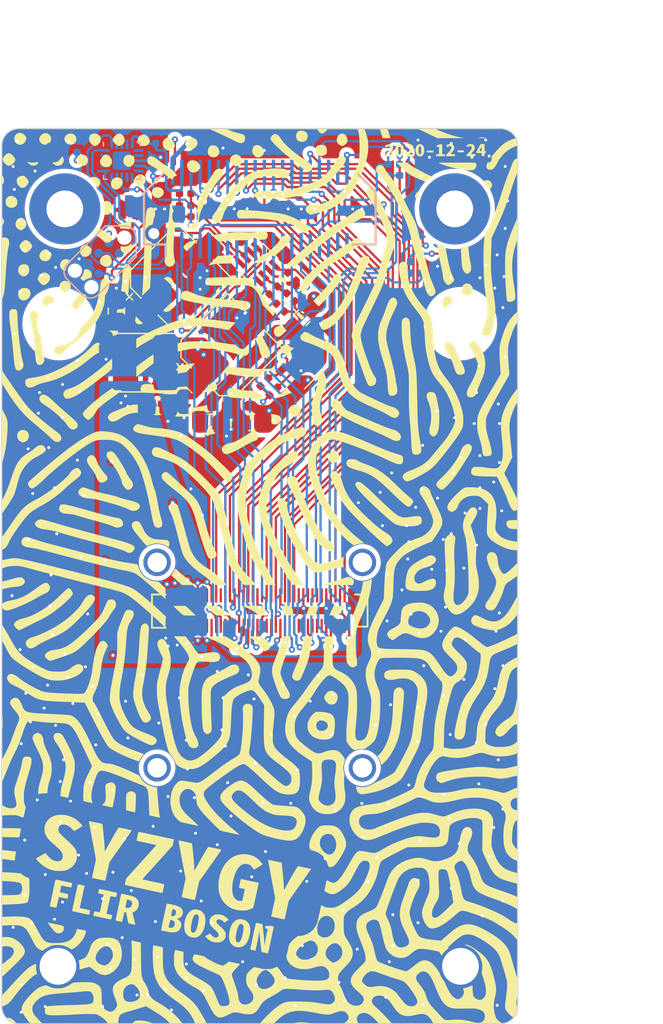
<source format=kicad_pcb>
(kicad_pcb (version 20221018) (generator pcbnew)
  (title_block (title "boson Breakout") (date "2020-12-23") (rev "r1.0") (comment 1 "SYZYGY Pod"))
  (layers (0 "F.Cu" signal) (1 "In1.Cu" power) (2 "In2.Cu" signal) (31 "B.Cu" signal) (34 "B.Paste" user) (35 "F.Paste" user) (36 "B.SilkS" user "B.Silkscreen") (37 "F.SilkS" user "F.Silkscreen") (38 "B.Mask" user) (39 "F.Mask" user) (44 "Edge.Cuts" user))
  (net 0 "")
  (net 1 "GND")
  (net 2 "+3V3")
  (net 3 "/Peripheral MCU/MISO")
  (net 4 "/Peripheral MCU/~{RESET}")
  (net 5 "/SCL")
  (net 6 "/SDA")
  (net 7 "/RGA")
  (net 8 "Net-(C1-Pad2)")
  (net 9 "Net-(C1-Pad1)")
  (net 10 "Net-(C2-Pad1)")
  (net 11 "/3V3_BOSON")
  (net 12 "/_3V3_BOSON")
  (net 13 "/PWR_EN")
  (net 14 "/PWR_OC")
  (net 15 "+5V")
  (net 18 "Net-(J1-Pad7)")
  (net 32 "/VCCIO")
  (net 33 "Net-(R6-Pad1)")
  (net 34 "Net-(R7-Pad1)")
  (net 35 "/USB_D_N")
  (net 36 "/USB_D_P")
  (net 37 "/USB_TX_N")
  (net 38 "/USB_TX_P")
  (net 39 "/USB_VBUS")
  (net 40 "/USB_RX_N")
  (net 41 "/USB_ID")
  (net 42 "/USB_RX_P")
  (net 43 "/DATA_14")
  (net 44 "/DATA_17")
  (net 45 "/GPIO_12")
  (net 46 "/RESET")
  (net 47 "/DATA_8")
  (net 48 "/GPIO_13")
  (net 49 "/DATA_4")
  (net 50 "/DATA_5")
  (net 51 "/DATA_7")
  (net 52 "/DATA_6")
  (net 53 "/UART_RXD")
  (net 54 "/DATA_16")
  (net 55 "/DATA_22")
  (net 56 "/DATA_23")
  (net 57 "/DATA_19")
  (net 58 "/DATA_15")
  (net 59 "/DATA_13")
  (net 60 "/DATA_18")
  (net 61 "/UART_TXD")
  (net 62 "/GPIO_28")
  (net 63 "/DATA_10")
  (net 64 "/DATA_9")
  (net 65 "/DATA_12")
  (net 66 "/DATA_11")
  (net 67 "/DATA_2")
  (net 68 "/DATA_20")
  (net 69 "/VSYNC")
  (net 70 "/DATA_21")
  (net 71 "/PIX_CLK")
  (net 72 "/DATA_3")
  (net 73 "/SPI1_MOSI")
  (net 74 "/GPIO_27")
  (net 75 "/SDMMC_DAT2")
  (net 76 "/DATA_1")
  (net 77 "/I2C0_SCL")
  (net 78 "/SDMMC_DAT3")
  (net 79 "/SDMMC_DAT0")
  (net 80 "/SDMMC_CMD")
  (net 81 "/I2C0_SDA")
  (net 82 "/SDMMC_DAT1")
  (net 83 "/SPI1_SS")
  (net 84 "/EXT_SYNC")
  (net 85 "/HSYNC")
  (net 86 "/SPI1_SCLK")
  (net 87 "/SDMMC_CLK")
  (net 88 "/SPI1_MISO")
  (net 89 "/DATA_0")
  (net 90 "/DATA_VALID")
  (net 91 "/NC")
  (footprint "Capacitor_SMD:C_0402_1005Metric" (layer "F.Cu") (at 132.8 94.1 -45)
    (fp_text reference "C8" hide)
    (fp_text value "0.1uF" hide)
  )
  (footprint "Capacitor_SMD:CP_Elec_6.3x5.3" (layer "F.Cu") (at 122.8 94.3 45)
    (fp_text reference "C7" hide)
    (fp_text value "120uF" hide)
  )
  (footprint "Capacitor_SMD:C_0805_2012Metric" (layer "F.Cu") (at 125.7 106.8)
    (fp_text reference "C12" hide)
    (fp_text value "10uF" hide)
  )
  (footprint "Connector_Pin:Pin_D1.0mm_L10.0mm" (layer "F.Cu") (at 138.95 119)
    (fp_text reference "H1" hide)
    (fp_text value "MountingHole" hide)
  )
  (footprint "Resistor_SMD:R_0402_1005Metric" (layer "F.Cu") (at 132.7 95.9 -45)
    (fp_text reference "R5" hide)
    (fp_text value "10R" hide)
  )
  (footprint "gkl_conn:DF40_80Pin" (layer "F.Cu") (at 130 123.2)
    (fp_text reference "J2" hide)
    (fp_text value "Boson" hide)
  )
  (footprint "Resistor_SMD:R_0402_1005Metric" (layer "F.Cu") (at 130.4 103.3 -135)
    (fp_text reference "R1" hide)
    (fp_text value "10k" hide)
  )
  (footprint "MountingHole:MountingHole_3.2mm_M3_DIN965" (layer "F.Cu") (at 147.5 98.2 90)
    (fp_text reference "H2" hide)
    (fp_text value "MountingHole" hide)
  )
  (footprint "MountingHole:MountingHole_3.2mm_M3_DIN965" (layer "F.Cu") (at 112.4 154.2 90)
    (fp_text reference "H3" hide)
    (fp_text value "MountingHole" hide)
  )
  (footprint "Capacitor_SMD:C_0805_2012Metric" (layer "F.Cu") (at 117.5 97.1 90)
    (fp_text reference "C6" hide)
    (fp_text value "10uF" hide)
  )
  (footprint "MountingHole:MountingHole_3.2mm_M3_DIN965" (layer "F.Cu") (at 112.5 98.2 90)
    (fp_text reference "H1" hide)
    (fp_text value "MountingHole" hide)
  )
  (footprint "Package_TO_SOT_SMD:SOT-23-8" (layer "F.Cu") (at 129.8 93 135)
    (fp_text reference "U3" hide)
    (fp_text value "INA219AxDCN" hide)
  )
  (footprint "Capacitor_SMD:C_0402_1005Metric" (layer "F.Cu") (at 123.4 105 -90)
    (fp_text reference "C2" hide)
    (fp_text value "0.1uF" hide)
  )
  (footprint "Connector_Pin:Pin_D1.0mm_L10.0mm" (layer "F.Cu") (at 121.05 119)
    (fp_text reference "H1" hide)
    (fp_text value "MountingHole" hide)
  )
  (footprint "Resistor_SMD:R_0402_1005Metric" (layer "F.Cu") (at 124 86.385 -90)
    (fp_text reference "R9" hide)
    (fp_text value "0R" hide)
  )
  (footprint "Resistor_SMD:R_0402_1005Metric" (layer "F.Cu") (at 123 88.385 -90)
    (fp_text reference "R6" hide)
    (fp_text value "DNP" hide)
  )
  (footprint "gkl_logos:gsd_logo_small" (layer "F.Cu") (at 111.1 83.4)
    (fp_text reference "G***" hide)
    (fp_text value "LOGO" hide)
  )
  (footprint "Inductor_SMD:L_Taiyo-Yuden_NR-50xx" (layer "F.Cu") (at 120 101.6 180)
    (fp_text reference "L1" hide)
    (fp_text value "22uH" hide)
  )
  (footprint "Resistor_SMD:R_0402_1005Metric" (layer "F.Cu") (at 131.2 104.1 -135)
    (fp_text reference "R2" hide)
    (fp_text value "10k" hide)
  )
  (footprint "Resistor_SMD:R_0402_1005Metric" (layer "F.Cu") (at 124 88.385 -90)
    (fp_text reference "R7" hide)
    (fp_text value "DNP" hide)
  )
  (footprint "Capacitor_SMD:C_0402_1005Metric" (layer "F.Cu") (at 131.2 95.3 45)
    (fp_text reference "C1" hide)
    (fp_text value "0.1uF" hide)
  )
  (footprint "Connector_PinHeader_1.00mm:PinHeader_1x01_P1.00mm_Vertical" (layer "F.Cu") (at 146.56 142.81)
    (fp_text reference "" hide)
    (fp_text value "" hide)
  )
  (footprint "Capacitor_SMD:C_0402_1005Metric" (layer "F.Cu") (at 116.6 99.9 -90)
    (fp_text reference "C5" hide)
    (fp_text value "0.1uF" hide)
  )
  (footprint "Resistor_SMD:R_0805_2012Metric" (layer "F.Cu") (at 133.7 97.7 45)
    (fp_text reference "R4" hide)
    (fp_text value "100m" hide)
  )
  (footprint "LOGO" (layer "F.Cu") (at 130 120.2)
    (fp_text reference "G***" hide)
    (fp_text value "LOGO" hide)
  )
  (footprint "Capacitor_SMD:C_0402_1005Metric" (layer "F.Cu") (at 128.5 105.3 180)
    (fp_text reference "C13" hide)
    (fp_text value "0.1uF" hide)
  )
  (footprint "Capacitor_SMD:C_0805_2012Metric" (layer "F.Cu") (at 129.3 106.8 180)
    (fp_text reference "C14" hide)
    (fp_text value "10uF" hide)
  )
  (footprint "MountingHole:MountingHole_3.2mm_M3_DIN965" (layer "F.Cu") (at 147.5 154.2 90)
    (fp_text reference "H4" hide)
    (fp_text value "MountingHole" hide)
  )
  (footprint "Resistor_SMD:R_0402_1005Metric" (layer "F.Cu") (at 131.8 96.8 -45)
    (fp_text reference "R3" hide)
    (fp_text value "10R" hide)
  )
  (footprint "Connector_Pin:Pin_D1.0mm_L10.0mm" (layer "F.Cu") (at 138.95 136.9)
    (fp_text reference "H1" hide)
    (fp_text value "MountingHole" hide)
  )
  (footprint "Package_TO_SOT_SMD:SOT-23-5" (layer "F.Cu") (at 133.4 102.1 -135)
    (fp_text reference "U1" hide)
    (fp_text value "TPS2061" hide)
  )
  (footprint "Resistor_SMD:R_0402_1005Metric" (layer "F.Cu") (at 123 86.385 -90)
    (fp_text reference "R8" hide)
    (fp_text value "0R" hide)
  )
  (footprint "Capacitor_SMD:CP_Elec_6.3x5.3" (layer "F.Cu") (at 127.2 100.4 45)
    (fp_text reference "C4" hide)
    (fp_text value "120uF" hide)
  )
  (footprint "Capacitor_SMD:C_0805_2012Metric" (layer "F.Cu") (at 121.1 105.4)
    (fp_text reference "C3" hide)
    (fp_text value "10uF" hide)
  )
  (footprint "Capacitor_SMD:C_0402_1005Metric" (layer "F.Cu") (at 126.5 105.3)
    (fp_text reference "C11" hide)
    (fp_text value "0.1uF" hide)
  )
  (footprint "Connector_Pin:Pin_D1.0mm_L10.0mm" (layer "F.Cu") (at 121.05 136.9)
    (fp_text reference "H1" hide)
    (fp_text value "MountingHole" hide)
  )
  (footprint "gkl_logos:oshw_small" (layer "F.Cu") (at 118.6 88.2)
    (fp_text reference "G***" hide)
    (fp_text value "LOGO" hide)
  )
  (footprint "gsd-footprints:SYZYGY-STD-POD" (layer "B.Cu") (at 130 88.2 180)
    (fp_text reference "J1" hide)
    (fp_text value "SYZYGY-STD" hide)
  )
  (footprint "Package_DFN_QFN:QFN-20-1EP_3x3mm_P0.45mm_EP1.6x1.6mm" (layer "B.Cu") (at 117.979 84 -90)
    (fp_text reference "U2" hide)
    (fp_text value "ATtiny44A-MMH" hide)
  )
  (footprint "Resistor_SMD:R_0402_1005Metric" (layer "B.Cu") (at 121.4 82.5 180)
    (fp_text reference "R15" hide)
    (fp_text value "10k" hide)
  )
  (footprint "Capacitor_SMD:C_0402_1005Metric" (layer "B.Cu") (at 120.7 84.2 90)
    (fp_text reference "C9" hide)
    (fp_text value "0.1uF" hide)
  )
  (footprint "Capacitor_SMD:C_0402_1005Metric" (layer "B.Cu") (at 114.05 82.765 90)
    (fp_text reference "C10" hide)
    (fp_text value "1uF" hide)
  )
  (footprint "pkl_tag_connect:TC2030-NL_SMALL" (layer "B.Cu") (at 116.4 92.5 -135)
    (fp_text reference "J3" hide)
    (fp_text value "TagConnect" hide)
  )
  (footprint "Resistor_SMD:R_0402_1005Metric" (layer "B.Cu") (at 141.2 84.8 -90)
    (fp_text reference "R13" hide)
    (fp_text value "DNP" hide)
  )
  (footprint "Resistor_SMD:R_0402_1005Metric" (layer "B.Cu") (at 142.2 84.8 90)
    (fp_text reference "R11" hide)
    (fp_text value "10k" hide)
  )
  (footprint "Resistor_SMD:R_0402_1005Metric" (layer "B.Cu") (at 143.6 93.8 180)
    (fp_text reference "R10" hide)
    (fp_text value "10k" hide)
  )
  (footprint "Resistor_SMD:R_0402_1005Metric" (layer "B.Cu") (at 143.6 92.8 180)
    (fp_text reference "R12" hide)
    (fp_text value "0R" hide)
  )
  (gr_line (start 151 159.2) (end 109 159.2) (stroke (width 0.1)) (layer "Edge.Cuts"))
  (gr_line (start 109 81.2) (end 151 81.2) (stroke (width 0.1)) (layer "Edge.Cuts"))
  (gr_line (start 107.5 157.7) (end 107.5 82.7) (stroke (width 0.1)) (layer "Edge.Cuts"))
  (gr_arc (start 107.5 82.7) (mid 107.93934 81.63934) (end 109 81.2) (stroke (width 0.1)) (layer "Edge.Cuts"))
  (gr_arc (start 109 159.2) (mid 107.93934 158.76066) (end 107.5 157.7) (stroke (width 0.1)) (layer "Edge.Cuts"))
  (gr_line (start 152.5 82.7) (end 152.5 157.7) (stroke (width 0.1)) (layer "Edge.Cuts"))
  (gr_arc (start 151 81.2) (mid 152.06066 81.63934) (end 152.5 82.7) (stroke (width 0.1)) (layer "Edge.Cuts"))
  (gr_arc (start 152.5 157.7) (mid 152.06066 158.76066) (end 151 159.2) (stroke (width 0.1)) (layer "Edge.Cuts"))
  (segment (start 126.6375 106.8) (end 126.6375 106.1625) (width 0.2) (layer "F.Cu") (net 1))
  (segment (start 131.8 125.5) (end 131.5 125.8) (width 0.2) (layer "F.Cu") (net 1))
  (segment (start 124.8 94.2) (end 124.779899 93.879899) (width 0.2) (layer "F.Cu") (net 1))
  (segment (start 125.4 93.6) (end 125.4 94.7) (width 0.2) (layer "F.Cu") (net 1))
  (segment (start 117.5 96.1625) (end 117.5 95.1) (width 0.2) (layer "F.Cu") (net 1))
  (segment (start 128 97.7) (end 128.920101 98.420101) (width 0.2) (layer "F.Cu") (net 1))
  (segment (start 127.8 124.475) (end 127.8 125.6) (width 0.2) (layer "F.Cu") (net 1))
  (segment (start 128.920101 98.420101) (end 129.179899 98.420101) (width 0.2) (layer "F.Cu") (net 1))
  (segment (start 129.8 124.475) (end 129.8 125.526808) (width 0.2) (layer "F.Cu") (net 1))
  (segment (start 134.177817 101.322183) (end 133.6 101.9) (width 0.2) (layer "F.Cu") (net 1))
  (segment (start 122.2 121.2) (end 121.9 120.9) (width 0.2) (layer "F.Cu") (net 1))
  (segment (start 133.4 94.7) (end 133.4 95.3) (width 0.2) (layer "F.Cu") (net 1))
  (segment (start 133.6 101.9) (end 133.6 102.3) (width 0.2) (layer "F.Cu") (net 1))
  (segment (start 133.8 122.972027) (end 133.82501 122.997037) (width 0.2) (layer "F.Cu") (net 1))
  (segment (start 129.8 125.526808) (end 129.92501 125.651818) (width 0.2) (layer "F.Cu") (net 1))
  (segment (start 123 121.875) (end 123 121.1) (width 0.2) (layer "F.Cu") (net 1))
  (segment (start 135.8 124.475) (end 135.8 125.508624) (width 0.2) (layer "F.Cu") (net 1))
  (segment (start 127.8 121.875) (end 127.8 122.788015) (width 0.2) (layer "F.Cu") (net 1))
  (segment (start 124.2 125.8) (end 124.6 125.8) (width 0.2) (layer "F.Cu") (net 1))
  (segment (start 123.4 105.485) (end 123.4 106.4) (width 0.2) (layer "F.Cu") (net 1))
  (segment (start 122 105.4375) (end 122 106.7) (width 0.2) (layer "F.Cu") (net 1))
  (segment (start 127.7 106.8) (end 127.5 106.6) (width 0.2) (layer "F.Cu") (net 1))
  (segment (start 122.0375 105.4) (end 122 105.4375) (width 0.2) (layer "F.Cu") (net 1))
  (segment (start 123 121.1) (end 123.1 121) (width 0.2) (layer "F.Cu") (net 1))
  (segment (start 131.8 121.875) (end 131.8 122.74705) (width 0.2) (layer "F.Cu") (net 1))
  (segment (start 123.5 120.7) (end 123.7 120.5) (width 0.2) (layer "F.Cu") (net 1))
  (segment (start 123.5 121.1) (end 123.5 120.7) (width 0.2) (layer "F.Cu") (net 1))
  (segment (start 135.8 121.875) (end 135.8 123) (width 0.2) (layer "F.Cu") (net 1))
  (segment (start 121.7 87.8) (end 121.7 88.2) (width 0.2) (layer "F.Cu") (net 1))
  (segment (start 130.811163 93.544472) (end 131.366691 94.1) (width 0.2) (layer "F.Cu") (net 1))
  (segment (start 125.8 125.4) (end 125.4 125.8) (width 0.2) (layer "F.Cu") (net 1))
  (segment (start 123.8 124.525) (end 123.8 125.4) (width 0.2) (layer "F.Cu") (net 1))
  (segment (start 125.8 121.1) (end 125.4 120.7) (width 0.2) (layer "F.Cu") (net 1))
  (segment (start 124.779899 93.879899) (end 124.779899 92.320101) (width 0.2) (layer "F.Cu") (net 1))
  (segment (start 128.3625 106.1625) (end 128.015 105.815) (width 0.2) (layer "F.Cu") (net 1))
  (segment (start 129.179899 96.579899) (end 129.179899 98.420101) (width 0.2) (layer "F.Cu") (net 1))
  (segment (start 131.8 124.475) (end 131.8 125.5) (width 0.2) (layer "F.Cu") (net 1))
  (segment (start 128.015 105.3) (end 126.985 105.3) (width 0.2) (layer "F.Cu") (net 1))
  (segment (start 128.3625 106.8) (end 128.3625 106.1625) (width 0.2) (layer "F.Cu") (net 1))
  (segment (start 124.6 121.875) (end 124.6 120.8) (width 0.2) (layer "F.Cu") (net 1))
  (segment (start 133.8 124.475) (end 133.8 125.6) (width 0.2) (layer "F.Cu") (net 1))
  (segment (start 123.4 121.2) (end 123.5 121.1) (width 0.2) (layer "F.Cu") (net 1))
  (segment (start 125.5 93.040202) (end 124.779899 92.320101) (width 0.2) (layer "F.Cu") (net 1))
  (segment (start 131.8 94.1) (end 132.5 94.8) (width 0.2) (layer "F.Cu") (net 1))
  (segment (start 123.4 121.875) (end 123.4 121.2) (width 0.2) (layer "F.Cu") (net 1))
  (segment (start 122.2 121.875) (end 122.2 121.2) (width 0.2) (layer "F.Cu") (net 1))
  (segment (start 122.6 121.875) (end 122.6 120.8) (width 0.2) (layer "F.Cu") (net 1))
  (segment (start 123.1 121) (end 123.1 120.3) (width 0.2) (layer "F.Cu") (net 1))
  (segment (start 116.6 100.385) (end 116.6 101.3) (width 0.2) (layer "F.Cu") (net 1))
  (segment (start 126.6375 106.1625) (end 126.985 105.815) (width 0.2) (layer "F.Cu") (net 1))
  (segment (start 131.8 122.74705) (end 131.946643 122.893693) (width 0.2) (layer "F.Cu") (net 1))
  (segment (start 124.8 94.2) (end 124.8 95.2) (width 0.2) (layer "F.Cu") (net 1))
  (segment (start 133.8 121.875) (end 133.8 122.972027) (width 0.2) (layer "F.Cu") (net 1))
  (segment (start 131.366691 94.1) (end 131.8 94.1) (width 0.2) (layer "F.Cu") (net 1))
  (segment (start 129 96.5) (end 129.179899 96.579899) (width 0.2) (layer "F.Cu") (net 1))
  (segment (start 122.2 86.1) (end 122.2 87.3) (width 0.2) (layer "F.Cu") (net 1))
  (segment (start 123 85.9) (end 122.4 85.9) (width 0.2) (layer "F.Cu") (net 1))
  (segment (start 123.8 125.4) (end 124.2 125.8) (width 0.2) (layer "F.Cu") (net 1))
  (segment (start 129.8 122.703618) (end 129.999289 122.902907) (width 0.2) (layer "F.Cu") (net 1))
  (segment (start 128.7 97.3) (end 129.179899 97.479899) (width 0.2) (layer "F.Cu") (net 1))
  (segment (start 125.8 121.875) (end 125.8 121.1) (width 0.2) (layer "F.Cu") (net 1))
  (segment (start 132.5 94.8) (end 132.785894 94.8) (width 0.2) (layer "F.Cu") (net 1))
  (segment (start 125.4 93.6) (end 125.5 93.040202) (width 0.2) (layer "F.Cu") (net 1))
  (segment (start 128.015 105.815) (end 128.015 105.3) (width 0.2) (layer "F.Cu") (net 1))
  (segment (start 132.785894 94.8) (end 133.142947 94.442947) (width 0.2) (layer "F.Cu") (net 1))
  (segment (start 126.985 105.815) (end 126.985 105.3) (width 0.2) (layer "F.Cu") (net 1))
  (segment (start 135.8 125.508624) (end 135.533073 125.775551) (width 0.2) (layer "F.Cu") (net 1))
  (segment (start 129.179899 97.479899) (end 129.179899 98.420101) (width 0.2) (layer "F.Cu") (net 1))
  (segment (start 122.4 85.9) (end 122.2 86.1) (width 0.2) (layer "F.Cu") (net 1))
  (segment (start 125.8 124.525) (end 125.8 125.4) (width 0.2) (layer "F.Cu") (net 1))
  (segment (start 124 85.9) (end 123 85.9) (width 0.2) (layer "F.Cu") (net 1))
  (segment (start 123.1 120.3) (end 122.9 120.1) (width 0.2) (layer "F.Cu") (net 1))
  (segment (start 133.142947 94.442947) (end 133.4 94.7) (width 0.2) (layer "F.Cu") (net 1))
  (segment (start 129.8 121.875) (end 129.8 122.703618) (width 0.2) (layer "F.Cu") (net 1))
  (segment (start 128.3625 106.8) (end 127.7 106.8) (width 0.2) (layer "F.Cu") (net 1))
  (segment (start 127.8 122.788015) (end 127.660331 122.927684) (width 0.2) (layer "F.Cu") (net 1))
  (segment (start 122.2 87.3) (end 121.7 87.8) (width 0.2) (layer "F.Cu") (net 1))
  (segment (start 137.8 121.875) (end 137.8 123) (width 0.2) (layer "F.Cu") (net 1))
  (via (at 143 138.4) (size 0.55) (drill 0.25) (layers "F.Cu" "B.Cu") (net 1))
  (via (at 126.3 128.5) (size 0.55) (drill 0.25) (layers "F.Cu" "B.Cu") (net 1))
  (via (at 111.8 120.1) (size 0.55) (drill 0.25) (layers "F.Cu" "B.Cu") (net 1))
  (via (at 151.2 148.5) (size 0.55) (drill 0.25) (layers "F.Cu" "B.Cu") (net 1))
  (via (at 114.7 113.2) (size 0.55) (drill 0.25) (layers "F.Cu" "B.Cu") (net 1))
  (via (at 143.7 134.6) (size 0.55) (drill 0.25) (layers "F.Cu" "B.Cu") (net 1))
  (via (at 123.6 155.2) (size 0.55) (drill 0.25) (layers "F.Cu" "B.Cu") (net 1))
  (via (at 134.1 146.8) (size 0.55) (drill 0.25) (layers "F.Cu" "B.Cu") (net 1))
  (via (at 151.1 114.5) (size 0.55) (drill 0.25) (layers "F.Cu" "B.Cu") (net 1))
  (via (at 141.5 111.2) (size 0.55) (drill 0.25) (layers "F.Cu" "B.Cu") (net 1))
  (via (at 150.6 119.6) (size 0.55) (drill 0.25) (layers "F.Cu" "B.Cu") (net 1))
  (via (at 121.9 120.9) (size 0.55) (drill 0.25) (layers "F.Cu" "B.Cu") (net 1))
  (via (at 138.5 152.7) (size 0.55) (drill 0.25) (layers "F.Cu" "B.Cu") (net 1))
  (via (at 113 127) (size 0.55) (drill 0.25) (layers "F.Cu" "B.Cu") (net 1))
  (via (at 149.2 94.2) (size 0.55) (drill 0.25) (layers "F.Cu" "B.Cu") (net 1))
  (via (at 144.2 157.5) (size 0.55) (drill 0.25) (layers "F.Cu" "B.Cu") (net 1))
  (via (at 115.7 134.9) (size 0.55) (drill 0.25) (layers "F.Cu" "B.Cu") (net 1))
  (via (at 143.8 150.4) (size 0.55) (drill 0.25) (layers "F.Cu" "B.Cu") (net 1))
  (via (at 111.6 109) (size 0.55) (drill 0.25) (layers "F.Cu" "B.Cu") (net 1))
  (via (at 129 96.5) (size 0.55) (drill 0.25) (layers "F.Cu" "B.Cu") (net 1))
  (via (at 113.5 139.8) (size 0.55) (drill 0.25) (layers "F.Cu" "B.Cu") (net 1))
  (via (at 150 83.6) (size 0.55) (drill 0.25) (layers "F.Cu" "B.Cu") (net 1))
  (via (at 112.1 112.5) (size 0.55) (drill 0.25) (layers "F.Cu" "B.Cu") (net 1))
  (via (at 109.4 91.8) (size 0.55) (drill 0.25) (layers "F.Cu" "B.Cu") (net 1))
  (via (at 148.9 134.7) (size 0.55) (drill 0.25) (layers "F.Cu" "B.Cu") (net 1))
  (via (at 148.9 104.2) (size 0.55) (drill 0.25) (layers "F.Cu" "B.Cu") (net 1))
  (via (at 109.2 134.8) (size 0.55) (drill 0.25) (layers "F.Cu" "B.Cu") (net 1))
  (via (at 114.9 146.1) (size 0.55) (drill 0.25) (layers "F.Cu" "B.Cu") (net 1))
  (via (at 112.6 138.1) (size 0.55) (drill 0.25) (layers "F.Cu" "B.Cu") (net 1))
  (via (at 149.4 149.8) (size 0.55) (drill 0.25) (layers "F.Cu" "B.Cu") (net 1))
  (via (at 117.1 110.2) (size 0.55) (drill 0.25) (layers "F.Cu" "B.Cu") (net 1))
  (via (at 150.7 92.2) (size 0.55) (drill 0.25) (layers "F.Cu" "B.Cu") (net 1))
  (via (at 128 97.7) (size 0.55) (drill 0.25) (layers "F.Cu" "B.Cu") (net 1))
  (via (at 125.4 120.7) (size 0.55) (drill 0.25) (layers "F.Cu" "B.Cu") (net 1))
  (via (at 147.9 125.7) (size 0.55) (drill 0.25) (layers "F.Cu" "B.Cu") (net 1))
  (via (at 120.2 156.7) (size 0.55) (drill 0.25) (layers "F.Cu" "B.Cu") (net 1))
  (via (at 110.1 150.4) (size 0.55) (drill 0.25) (layers "F.Cu" "B.Cu") (net 1))
  (via (at 116.6 101.3) (size 0.55) (drill 0.25) (layers "F.Cu" "B.Cu") (net 1))
  (via (at 132.7 140) (size 0.55) (drill 0.25) (layers "F.Cu" "B.Cu") (net 1))
  (via (at 129 128.8) (size 0.55) (drill 0.25) (layers "F.Cu" "B.Cu") (net 1))
  (via (at 123.7 137) (size 0.55) (drill 0.25) (layers "F.Cu" "B.Cu") (net 1))
  (via (at 146.6 134) (size 0.55) (drill 0.25) (layers "F.Cu" "B.Cu") (net 1))
  (via (at 150 144.6) (size 0.55) (drill 0.25) (layers "F.Cu" "B.Cu") (net 1))
  (via (at 148.5 122.1) (size 0.55) (drill 0.25) (layers "F.Cu" "B.Cu") (net 1))
  (via (at 127 135) (size 0.55) (drill 0.25) (layers "F.Cu" "B.Cu") (net 1))
  (via (at 109.2 158.2) (size 0.55) (drill 0.25) (layers "F.Cu" "B.Cu") (net 1))
  (via (at 146.1 139.2) (size 0.55) (drill 0.25) (layers "F.Cu" "B.Cu") (net 1))
  (via (at 147 106.4) (size 0.55) (drill 0.25) (layers "F.Cu" "B.Cu") (net 1))
  (via (at 150.4 112) (size 0.55) (drill 0.25) (layers "F.Cu" "B.Cu") (net 1))
  (via (at 151.6 87.5) (size 0.55) (drill 0.25) (layers "F.Cu" "B.Cu") (net 1))
  (via (at 108.4 121.9) (size 0.55) (drill 0.25) (layers "F.Cu" "B.Cu") (net 1))
  (via (at 109.2 155.8) (size 0.55) (drill 0.25) (layers "F.Cu" "B.Cu") (net 1))
  (via (at 141.2 140) (size 0.55) (drill 0.25) (layers "F.Cu" "B.Cu") (net 1))
  (via (at 122.6 120.8) (size 0.55) (drill 0.25) (layers "F.Cu" "B.Cu") (net 1))
  (via (at 126.7 133.6) (size 0.55) (drill 0.25) (layers "F.Cu" "B.Cu") (net 1))
  (via (at 110 132.9) (size 0.55) (drill 0.25) (layers "F.Cu" "B.Cu") (net 1))
  (via (at 141.6 149.7) (size 0.55) (drill 0.25) (layers "F.Cu" "B.Cu") (net 1))
  (via (at 133.82501 122.997037) (size 0.55) (drill 0.25) (layers "F.Cu" "B.Cu") (net 1))
  (via (at 118.3 131.1) (size 0.55) (drill 0.25) (layers "F.Cu" "B.Cu") (net 1))
  (via (at 109.5 105.5) (size 0.55) (drill 0.25) (layers "F.Cu" "B.Cu") (net 1))
  (via (at 144.3 128) (size 0.55) (drill 0.25) (layers "F.Cu" "B.Cu") (net 1))
  (via (at 140.2 144.7) (size 0.55) (drill 0.25) (layers "F.Cu" "B.Cu") (net 1))
  (via (at 135.8 123) (size 0.55) (drill 0.25) (layers "F.Cu" "B.Cu") (net 1))
  (via (at 124.4 142.6) (size 0.55) (drill 0.25) (layers "F.Cu" "B.Cu") (net 1))
  (via (at 122.4 113.8) (size 0.55) (drill 0.25) (layers "F.Cu" "B.Cu") (net 1))
  (via (at 148.7 106.9) (size 0.55) (drill 0.25) (layers "F.Cu" "B.Cu") (net 1))
  (via (at 128.5 153.8) (size 0.55) (drill 0.25) (layers "F.Cu" "B.Cu") (net 1))
  (via (at 141.1 120) (size 0.55) (drill 0.25) (layers "F.Cu" "B.Cu") (net 1))
  (via (at 131 134) (size 0.55) (drill 0.25) (layers "F.Cu" "B.Cu") (net 1))
  (via (at 129.999289 122.902907) (size 0.55) (drill 0.25) (layers "F.Cu" "B.Cu") (net 1))
  (via (at 133.62501 88.202963) (size 0.55) (drill 0.25) (layers "F.Cu" "B.Cu") (net 1))
  (via (at 123.6 134.5) (size 0.55) (drill 0.25) (layers "F.Cu" "B.Cu") (net 1))
  (via (at 149.2 109.7) (size 0.55) (drill 0.25) (layers "F.Cu" "B.Cu") (net 1))
  (via (at 115.4 129.8) (size 0.55) (drill 0.25) (layers "F.Cu" "B.Cu") (net 1))
  (via (at 116.7 152.3) (size 0.55) (drill 0.25) (layers "F.Cu" "B.Cu") (net 1))
  (via (at 123.6 154) (size 0.55) (drill 0.25) (layers "F.Cu" "B.Cu") (net 1))
  (via (at 108.9 82.3) (size 0.55) (drill 0.25) (layers "F.Cu" "B.Cu") (net 1))
  (via (at 116.3 157.7) (size 0.55) (drill 0.25) (layers "F.Cu" "B.Cu") (net 1))
  (via (at 115 123.5) (size 0.55) (drill 0.25) (layers "F.Cu" "B.Cu") (net 1))
  (via (at 147.8 129.2) (size 0.55) (drill 0.25) (layers "F.Cu" "B.Cu") (net 1))
  (via (at 114.2 144.5) (size 0.55) (drill 0.25) (layers "F.Cu" "B.Cu") (net 1))
  (via (at 133.6 102.3) (size 0.55) (drill 0.25) (layers "F.Cu" "B.Cu") (net 1))
  (via (at 126.8 82.9) (size 0.55) (drill 0.25) (layers "F.Cu" "B.Cu") (net 1))
  (via (at 151.2 128) (size 0.55) (drill 0.25) (layers "F.Cu" "B.Cu") (net 1))
  (via (at 123.4 106.4) (size 0.55) (drill 0.25) (layers "F.Cu" "B.Cu") (net 1))
  (via (at 141.4 131.4) (size 0.55) (drill 0.25) (layers "F.Cu" "B.Cu") (net 1))
  (via (at 150.4 142.1) (size 0.55) (drill 0.25) (layers "F.Cu" "B.Cu") (net 1))
  (via (at 130.6 150.8) (size 0.55) (drill 0.25) (layers "F.Cu" "B.Cu") (net 1))
  (via (at 118.5 134.3) (size 0.55) (drill 0.25) (layers "F.Cu" "B.Cu") (net 1))
  (via (at 111.7 122.8) (size 0.55) (drill 0.25) (layers "F.Cu" "B.Cu") (net 1))
  (via (at 143.8 146.7) (size 0.55) (drill 0.25) (layers "F.Cu" "B.Cu") (net 1))
  (via (at 145.5 105.8) (size 0.55) (drill 0.25) (layers "F.Cu" "B.Cu") (net 1))
  (via (at 151.4 89.9) (size 0.55) (drill 0.25) (layers "F.Cu" "B.Cu") (net 1))
  (via (at 138.9 88.2) (size 0.55) (drill 0.25) (layers "F.Cu" "B.Cu") (net 1))
  (via (at 127.2 138.2) (size 0.55) (drill 0.25) (layers "F.Cu" "B.Cu") (net 1))
  (via (at 143.9 125.2) (size 0.55) (drill 0.25) (layers "F.Cu" "B.Cu") (net 1))
  (via (at 136.3 134) (size 0.55) (drill 0.25) (layers "F.Cu" "B.Cu") (net 1))
  (via (at 120.9 88.2) (size 0.55) (drill 0.25) (layers "F.Cu" "B.Cu") (net 1))
  (via (at 140.5 112.9) (size 0.55) (drill 0.25) (layers "F.Cu" "B.Cu") (net 1))
  (via (at 127.5 104.3) (size 0.55) (drill 0.25) (layers "F.Cu" "B.Cu") (net 1))
  (via (at 151.4 84.5) (size 0.55) (drill 0.25) (layers "F.Cu" "B.Cu") (net 1))
  (via (at 120.9 150.3) (size 0.55) (drill 0.25) (layers "F.Cu" "B.Cu") (net 1))
  (via (at 145 119.6) (size 0.55) (drill 0.25) (layers "F.Cu" "B.Cu") (net 1))
  (via (at 133.1 157.6) (size 0.55) (drill 0.25) (layers "F.Cu" "B.Cu") (net 1))
  (via (at 128.7 97.3) (size 0.55) (drill 0.25) (layers "F.Cu" "B.Cu") (net 1))
  (via (at 133.7 152.4) (size 0.55) (drill 0.25) (layers "F.Cu" "B.Cu") (net 1))
  (via (at 149.1 138.3) (size 0.55) (drill 0.25) (layers "F.Cu" "B.Cu") (net 1))
  (via (at 112.2 93.3) (size 0.55) (drill 0.25) (layers "F.Cu" "B.Cu") (net 1))
  (via (at 113.3 82.315) (size 0.55) (drill 0.25) (layers "F.Cu" "B.Cu") (net 1))
  (via (at 150.9 106.9) (size 0.55) (drill 0.25) (layers "F.Cu" "B.Cu") (net 1))
  (via (at 143.2 123.5) (size 0.55) (drill 0.25) (layers "F.Cu" "B.Cu") (net 1))
  (via (at 147.9 114.7) (size 0.55) (drill 0.25) (layers "F.Cu" "B.Cu") (net 1))
  (via (at 122.3 158) (size 0.55) (drill 0.25) (layers "F.Cu" "B.Cu") (net 1))
  (via (at 151.4 101.1) (size 0.55) (drill 0.25) (layers "F.Cu" "B.Cu") (net 1))
  (via (at 145.8 125) (size 0.55) (drill 0.25) (layers "F.Cu" "B.Cu") (net 1))
  (via (at 112.8 106.4) (size 0.55) (drill 0.25) (layers "F.Cu" "B.Cu") (net 1))
  (via (at 129.5 130.9) (size 0.55) (drill 0.25) (layers "F.Cu" "B.Cu") (net 1))
  (via (at 136.9 155.6) (size 0.55) (drill 0.25) (layers "F.Cu" "B.Cu") (net 1))
  (via (at 150.5 95.1) (size 0.55) (drill 0.25) (layers "F.Cu" "B.Cu") (net 1))
  (via (at 132.2 155.2) (size 0.55) (drill 0.25) (layers "F.Cu" "B.Cu") (net 1))
  (via (at 143 117.2) (size 0.55) (drill 0.25) (layers "F.Cu" "B.Cu") (net 1))
  (via (at 118.2 143.1) (size 0.55) (drill 0.25) (layers "F.Cu" "B.Cu") (net 1))
  (via (at 136.4 130.5) (size 0.55) (drill 0.25) (layers "F.Cu" "B.Cu") (net 1))
  (via (at 117.2 127.1) (size 0.55) (drill 0.25) (layers "F.Cu" "B.Cu") (net 1))
  (via (at 149.2 114.3) (size 0.55) (drill 0.25) (layers "F.Cu" "B.Cu") (net 1))
  (via (at 116.5 118.8) (size 0.55) (drill 0.25) (layers "F.Cu" "B.Cu") (net 1))
  (via (at 151.2 96.8) (size 0.55) (drill 0.25) (layers "F.Cu" "B.Cu") (net 1))
  (via (at 144 143.2) (size 0.55) (drill 0.25) (layers "F.Cu" "B.Cu") (net 1))
  (via (at 130.5 144.2) (size 0.55) (drill 0.25) (layers "F.Cu" "B.Cu") (net 1))
  (via (at 127.5 107.4) (size 0.55) (drill 0.25) (layers "F.Cu" "B.Cu") (net 1))
  (via (at 150.9 110.3) (size 0.55) (drill 0.25) (layers "F.Cu" "B.Cu") (net 1))
  (via (at 125.4 93.6) (size 0.55) (drill 0.25) (layers "F.Cu" "B.Cu") (net 1))
  (via (at 110.9 94) (size 0.55) (drill 0.25) (layers "F.Cu" "B.Cu") (net 1))
  (via (at 112.6 141.6) (size 0.55) (drill 0.25) (layers "F.Cu" "B.Cu") (net 1))
  (via (at 146.2 122.9) (size 0.55) (drill 0.25) (layers "F.Cu" "B.Cu") (net 1))
  (via (at 110.4 84.9) (size 0.55) (drill 0.25) (layers "F.Cu" "B.Cu") (net 1))
  (via (at 119.7 128.8) (size 0.55) (drill 0.25) (layers "F.Cu" "B.Cu") (net 1))
  (via (at 129.3 146.4) (size 0.55) (drill 0.25) (layers "F.Cu" "B.Cu") (net 1))
  (via (at 124.6 120.8) (size 0.55) (drill 0.25) (layers "F.Cu" "B.Cu") (net 1))
  (via (at 150.8 105.2) (size 0.55) (drill 0.25) (layers "F.Cu" "B.Cu") (net 1))
  (via (at 150.6 125) (size 0.55) (drill 0.25) (layers "F.Cu" "B.Cu") (net 1))
  (via (at 117.5 95.1) (size 0.55) (drill 0.25) (layers "F.Cu" "B.Cu") (net 1))
  (via (at 114.1 101.4) (size 0.55) (drill 0.25) (layers "F.Cu" "B.Cu") (net 1))
  (via (at 133 132.4) (size 0.55) (drill 0.25) (layers "F.Cu" "B.Cu") (net 1))
  (via (at 126.5 88.2) (size 0.55) (drill 0.25) (layers "F.Cu" "B.Cu") (net 1))
  (via (at 146 130.6) (size 0.55) (drill 0.25) (layers "F.Cu" "B.Cu") (net 1))
  (via (at 131.946643 122.893693) (size 0.55) (drill 0.25) (layers "F.Cu" "B.Cu") (net 1))
  (via (at 114.8 128.1) (size 0.55) (drill 0.25) (layers "F.Cu" "B.Cu") (net 1))
  (via (at 140.7 115.8) (size 0.55) (drill 0.25) (layers "F.Cu" "B.Cu") (net 1))
  (via (at 137.8 123) (size 0.55) (drill 0.25) (layers "F.Cu" "B.Cu") (net 1))
  (via (at 139 142.9) (size 0.55) (drill 0.25) (layers "F.Cu" "B.Cu") (net 1))
  (via (at 146.7 147.4) (size 0.55) (drill 0.25) (layers "F.Cu" "B.Cu") (net 1))
  (via (at 145.5 93.2) (size 0.55) (drill 0.25) (layers "F.Cu" "B.Cu") (net 1))
  (via (at 122 139.4) (size 0.55) (drill 0.25) (layers "F.Cu" "B.Cu") (net 1))
  (via (at 138.6 113.8) (size 0.55) (drill 0.25) (layers "F.Cu" "B.Cu") (net 1))
  (via (at 125.8 150.4) (size 0.55) (drill 0.25) (layers "F.Cu" "B.Cu") (net 1))
  (via (at 110.7 106) (size 0.55) (drill 0.25) (layers "F.Cu" "B.Cu") (net 1))
  (via (at 118.8 147.6) (size 0.55) (drill 0.25) (layers "F.Cu" "B.Cu") (net 1))
  (via (at 115.6 142.1) (size 0.55) (drill 0.25) (layers "F.Cu" "B.Cu") (net 1))
  (via (at 125.4 94.7) (size 0.55) (drill 0.25) (layers "F.Cu" "B.Cu") (net 1))
  (via (at 150.6 116.6) (size 0.55) (drill 0.25) (layers "F.Cu" "B.Cu") (net 1))
  (via (at 110.6 101.3) (size 0.55) (drill 0.25) (layers "F.Cu" "B.Cu") (net 1))
  (via (at 135.533073 125.775551) (size 0.55) (drill 0.25) (layers "F.Cu" "B.Cu") (net 1))
  (via (at 115.9 132.2) (size 0.55) (drill 0.25) (layers "F.Cu" "B.Cu") (net 1))
  (via (at 127.660331 122.927684) (size 0.55) (drill 0.25) (layers "F.Cu" "B.Cu") (net 1))
  (via (at 111.5 102.9) (size 0.55) (drill 0.25) (layers "F.Cu" "B.Cu") (net 1))
  (via (at 145.5 113.4) (size 0.55) (drill 0.25) (layers "F.Cu" "B.Cu") (net 1))
  (via (at 123.1 108) (size 0.55) (drill 0.25) (layers "F.Cu" "B.Cu") (net 1))
  (via (at 138.9 140) (size 0.55) (drill 0.25) (layers "F.Cu" "B.Cu") (net 1))
  (via (at 124.6 125.8) (size 0.55) (drill 0.25) (layers "F.Cu" "B.Cu") (net 1))
  (via (at 146.7 116.5) (size 0.55) (drill 0.25) (layers "F.Cu" "B.Cu") (net 1))
  (via (at 147.4 143.5) (size 0.55) (drill 0.25) (layers "F.Cu" "B.Cu") (net 1))
  (via (at 132.47499 88.197037) (size 0.55) (drill 0.25) (layers "F.Cu" "B.Cu") (net 1))
  (via (at 148.9 117.5) (size 0.55) (drill 0.25) (layers "F.Cu" "B.Cu") (net 1))
  (via (at 128.9 88.179755) (size 0.55) (drill 0.25) (layers "F.Cu" "B.Cu") (net 1))
  (via (at 114.1 110.1) (size 0.55) (drill 0.25) (layers "F.Cu" "B.Cu") (net 1))
  (via (at 121.8 156.2) (size 0.55) (drill 0.25) (layers "F.Cu" "B.Cu") (net 1))
  (via (at 111.6 92.1) (size 0.55) (drill 0.25) (layers "F.Cu" "B.Cu") (net 1))
  (via (at 120.7 142) (size 0.55) (drill 0.25) (layers "F.Cu" "B.Cu") (net 1))
  (via (at 117.2 138.9) (size 0.55) (drill 0.25) (layers "F.Cu" "B.Cu") (net 1))
  (via (at 109.2 101.7) (size 0.55) (drill 0.25) (layers "F.Cu" "B.Cu") (net 1))
  (via (at 135.3 98.2) (size 0.55) (drill 0.25) (layers "F.Cu" "B.Cu") (net 1))
  (via (at 108.6 99.1) (size 0.55) (drill 0.25) (layers "F.Cu" "B.Cu") (net 1))
  (via (at 123.1 145.9) (size 0.55) (drill 0.25) (layers "F.Cu" "B.Cu") (net 1))
  (via (at 136.6 140.6) (size 0.55) (drill 0.25) (layers "F.Cu" "B.Cu") (net 1))
  (via (at 141.6 152.4) (size 0.55) (drill 0.25) (layers "F.Cu" "B.Cu") (net 1))
  (via (at 113.7 131.3) (size 0.55) (drill 0.25) (layers "F.Cu" "B.Cu") (net 1))
  (via (at 119 153.6) (size 0.55) (drill 0.25) (layers "F.Cu" "B.Cu") (net 1))
  (via (at 117 154.4) (size 0.55) (drill 0.25) (layers "F.Cu" "B.Cu") (net 1))
  (via (at 116 96.3) (size 0.55) (drill 0.25) (layers "F.Cu" "B.Cu") (net 1))
  (via (at 112.3 116.5) (size 0.55) (drill 0.25) (layers "F.Cu" "B.Cu") (net 1))
  (via (at 148.5 83.7) (size 0.55) (drill 0.25) (layers "F.Cu" "B.Cu") (net 1))
  (via (at 139.4 146.8) (size 0.55) (drill 0.25) (layers "F.Cu" "B.Cu") (net 1))
  (via (at 122.9 120.1) (size 0.55) (drill 0.25) (layers "F.Cu" "B.Cu") (net 1))
  (via (at 109.5 148) (size 0.55) (drill 0.25) (layers "F.Cu" "B.Cu") (net 1))
  (via (at 142.4 121.4) (size 0.55) (drill 0.25) (layers "F.Cu" "B.Cu") (net 1))
  (via (at 140.4 126.8) (size 0.55) (drill 0.25) (layers "F.Cu" "B.Cu") (net 1))
  (via (at 144.1 85.3) (size 0.55) (drill 0.25) (layers "F.Cu" "B.Cu") (net 1))
  (via (at 149.7 93.1) (size 0.55) (drill 0.25) (layers "F.Cu" "B.Cu") (net 1))
  (via (at 130.3 139.9) (size 0.55) (drill 0.25) (layers "F.Cu" "B.Cu") (net 1))
  (via (at 108.5 150.8) (size 0.55) (drill 0.25) (layers "F.Cu" "B.Cu") (net 1))
  (via (at 130.4 83.1) (size 0.55) (drill 0.25) (layers "F.Cu" "B.Cu") (net 1))
  (via (at 149.7 133.1) (size 0.55) (drill 0.25) (layers "F.Cu" "B.Cu") (net 1))
  (via (at 118.3 94.5) (size 0.55) (drill 0.25) (layers "F.Cu" "B.Cu") (net 1))
  (via (at 129.92501 125.651818) (size 0.55) (drill 0.25) (layers "F.Cu" "B.Cu") (net 1))
  (via (at 149.2 112.5) (size 0.55) (drill 0.25) (layers "F.Cu" "B.Cu") (net 1))
  (via (at 129.6 136.5) (size 0.55) (drill 0.25) (layers "F.Cu" "B.Cu") (net 1))
  (via (at 134.8 88.2) (size 0.55) (drill 0.25) (layers "F.Cu" "B.Cu") (net 1))
  (via (at 108.6 86.5) (size 0.55) (drill 0.25) (layers "F.Cu" "B.Cu") (net 1))
  (via (at 151.3 94.1) (size 0.55) (drill 0.25) (layers "F.Cu" "B.Cu") (net 1))
  (via (at 111.9 125.3) (size 0.55) (drill 0.25) (layers "F.Cu" "B.Cu") (net 1))
  (via (at 109.5 143.2) (size 0.55) (drill 0.25) (layers "F.Cu" "B.Cu") (net 1))
  (via (at 124.8 94.2) (size 0.55) (drill 0.25) (layers "F.Cu" "B.Cu") (net 1))
  (via (at 124.9 127.2) (size 0.55) (drill 0.25) (layers "F.Cu" "B.Cu") (net 1))
  (via (at 123.7 120.5) (size 0.55) (drill 0.25) (layers "F.Cu" "B.Cu") (net 1))
  (via (at 143.8 131.6) (size 0.55) (drill 0.25) (layers "F.Cu" "B.Cu") (net 1))
  (via (at 109.1 126.6) (size 0.55) (drill 0.25) (layers "F.Cu" "B.Cu") (net 1))
  (via (at 147.5 109.9) (size 0.55) (drill 0.25) (layers "F.Cu" "B.Cu") (net 1))
  (via (at 112.8 148.6) (size 0.55) (drill 0.25) (layers "F.Cu" "B.Cu") (net 1))
  (via (at 111.2 131.7) (size 0.55) (drill 0.25) (layers "F.Cu" "B.Cu") (net 1))
  (via (at 115.2 138.2) (size 0.55) (drill 0.25) (layers "F.Cu" "B.Cu") (net 1))
  (via (at 146.7 82.5) (size 0.55) (drill 0.25) (layers "F.Cu" "B.Cu") (net 1))
  (via (at 133.3 137.1) (size 0.55) (drill 0.25) (layers "F.Cu" "B.Cu") (net 1))
  (via (at 113.2 129) (size 0.55) (drill 0.25) (layers "F.Cu" "B.Cu") (net 1))
  (via (at 137.4 157.2) (size 0.55) (drill 0.25) (layers "F.Cu" "B.Cu") (net 1))
  (via (at 110.2 128.1) (size 0.55) (drill 0.25) (layers "F.Cu" "B.Cu") (net 1))
  (via (at 127.774998 88.196979) (size 0.55) (drill 0.25) (layers "F.Cu" "B.Cu") (net 1))
  (via (at 140.1 133.2) (size 0.55) (drill 0.25) (layers "F.Cu" "B.Cu") (net 1))
  (via (at 141.1 124.1) (size 0.55) (drill 0.25) (layers "F.Cu" "B.Cu") (net 1))
  (via (at 110.8 104.2) (size 0.55) (drill 0.25) (layers "F.Cu" "B.Cu") (net 1))
  (via (at 126.8 130.8) (size 0.55) (drill 0.25) (layers "F.Cu" "B.Cu") (net 1))
  (via (at 120 94.2) (size 0.55) (drill 0.25) (layers "F.Cu" "B.Cu") (net 1))
  (via (at 119.3 156.7) (size 0.55) (drill 0.25) (layers "F.Cu" "B.Cu") (net 1))
  (via (at 108.5 84.5) (size 0.55) (drill 0.25) (layers "F.Cu" "B.Cu") (net 1))
  (via (at 146.3 119.7) (size 0.55) (drill 0.25) (layers "F.Cu" "B.Cu") (net 1))
  (via (at 150.8 136.2) (size 0.55) (drill 0.25) (layers "F.Cu" "B.Cu") (net 1))
  (via (at 151.2 140.5) (size 0.55) (drill 0.25) (layers "F.Cu" "B.Cu") (net 1))
  (via (at 144.2 108.8) (size 0.55) (drill 0.25) (layers "F.Cu" "B.Cu") (net 1))
  (via (at 112.2 133.2) (size 0.55) (drill 0.25) (layers "F.Cu" "B.Cu") (net 1))
  (via (at 109.6 130.4) (size 0.55) (drill 0.25) (layers "F.Cu" "B.Cu") (net 1))
  (via (at 147.8 119.5) (size 0.55) (drill 0.25) (layers "F.Cu" "B.Cu") (net 1))
  (via (at 122 106.7) (size 0.55) (drill 0.25) (layers "F.Cu" "B.Cu") (net 1))
  (via (at 145.7 102.5) (size 0.55) (drill 0.25) (layers "F.Cu" "B.Cu") (net 1))
  (via (at 143.8 82.2) (size 0.55) (drill 0.25) (layers "F.Cu" "B.Cu") (net 1))
  (via (at 129.7 155.8) (size 0.55) (drill 0.25) (layers "F.Cu" "B.Cu") (net 1))
  (via (at 111.3 157.7) (size 0.55) (drill 0.25) (layers "F.Cu" "B.Cu") (net 1))
  (via (at 109 89.2) (size 0.55) (drill 0.25) (layers "F.Cu" "B.Cu") (net 1))
  (via (at 111.5 129.7) (size 0.55) (drill 0.25) (layers "F.Cu" "B.Cu") (net 1))
  (via (at 132 129.6) (size 0.55) (drill 0.25) (layers "F.Cu" "B.Cu") (net 1))
  (via (at 141 156.9) (size 0.55) (drill 0.25) (layers "F.Cu" "B.Cu") (net 1))
  (via (at 114.3 104.1) (size 0.55) (drill 0.25) (layers "F.Cu" "B.Cu") (net 1))
  (via (at 124.9 148.5) (size 0.55) (drill 0.25) (layers "F.Cu" "B.Cu") (net 1))
  (via (at 142.9 118.7) (size 0.55) (drill 0.25) (layers "F.Cu" "B.Cu") (net 1))
  (via (at 118 151.7) (size 0.55) (drill 0.25) (layers "F.Cu" "B.Cu") (net 1))
  (via (at 135.7 144.8) (size 0.55) (drill 0.25) (layers "F.Cu" "B.Cu") (net 1))
  (via (at 114.4 118.5) (size 0.55) (drill 0.25) (layers "F.Cu" "B.Cu") (net 1))
  (via (at 121.35 83.7) (size 0.55) (drill 0.25) (layers "F.Cu" "B.Cu") (net 1))
  (via (at 146.7 94.2) (size 0.55) (drill 0.25) (layers "F.Cu" "B.Cu") (net 1))
  (via (at 150.7 157.6) (size 0.55) (drill 0.25) (layers "F.Cu" "B.Cu") (net 1))
  (via (at 125 114.9) (size 0.55) (drill 0.25) (layers "F.Cu" "B.Cu") (net 1))
  (via (at 127.1 108) (size 0.55) (drill 0.25) (layers "F.Cu" "B.Cu") (net 1))
  (via (at 127.5 141.1) (size 0.55) (drill 0.25) (layers "F.Cu" "B.Cu") (net 1))
  (via (at 134.4 131.1) (size 0.55) (drill 0.25) (layers "F.Cu" "B.Cu") (net 1))
  (via (at 133.4 95.3) (size 0.55) (drill 0.25) (layers "F.Cu" "B.Cu") (net 1))
  (via (at 143.6 114.2) (size 0.55) (drill 0.25) (layers "F.Cu" "B.Cu") (net 1))
  (via (at 146.9 111.2) (size 0.55) (drill 0.25) (layers "F.Cu" "B.Cu") (net 1))
  (via (at 114.25 92.55) (size 0.55) (drill 0.25) (layers "F.Cu" "B.Cu") (net 1))
  (via (at 124 112.6) (size 0.55) (drill 0.25) (layers "F.Cu" "B.Cu") (net 1))
  (via (at 144.8 95.3) (size 0.55) (drill 0.25) (layers "F.Cu" "B.Cu") (net 1))
  (via (at 124.3 139.5) (size 0.55) (drill 0.25) (layers "F.Cu" "B.Cu") (net 1))
  (via (at 121.7 88.2) (size 0.55) (drill 0.25) (layers "F.Cu" "B.Cu") (net 1))
  (via (at 142.8 115.8) (size 0.55) (drill 0.25) (layers "F.Cu" "B.Cu") (net 1))
  (via (at 133.8 125.6) (size 0.55) (drill 0.25) (layers "F.Cu" "B.Cu") (net 1))
  (via (at 111.3 146.2) (size 0.55) (drill 0.25) (layers "F.Cu" "B.Cu") (net 1))
  (via (at 144.1 112.6) (size 0.55) (drill 0.25) (layers "F.Cu" "B.Cu") (net 1))
  (via (at 110.2 113) (size 0.55) (drill 0.25) (layers "F.Cu" "B.Cu") (net 1))
  (via (at 125.4 125.8) (size 0.55) (drill 0.25) (layers "F.Cu" "B.Cu") (net 1))
  (via (at 138.1 88.2) (size 0.55) (drill 0.25) (layers "F.Cu" "B.Cu") (net 1))
  (via (at 144.6 110.6) (size 0.55) (drill 0.25) (layers "F.Cu" "B.Cu") (net 1))
  (via (at 127.5 106.6) (size 0.55) (drill 0.25) (layers "F.Cu" "B.Cu") (net 1))
  (via (at 109.1 95.4) (size 0.55) (drill 0.25) (layers "F.Cu" "B.Cu") (net 1))
  (via (at 112.1 150.1) (size 0.55) (drill 0.25) (layers "F.Cu" "B.Cu") (net 1))
  (via (at 150.5 130) (size 0.55) (drill 0.25) (layers "F.Cu" "B.Cu") (net 1))
  (via (at 112.8 103.5) (size 0.55) (drill 0.25) (layers "F.Cu" "B.Cu") (net 1))
  (via (at 123.4 110.5) (size 0.55) (drill 0.25) (layers "F.Cu" "B.Cu") (net 1))
  (via (at 149.1 101.9) (size 0.55) (drill 0.25) (layers "F.Cu" "B.Cu") (net 1))
  (via (at 109.8 117) (size 0.55) (drill 0.25) (layers "F.Cu" "B.Cu") (net 1))
  (via (at 110.6 139.7) (size 0.55) (drill 0.25) (layers "F.Cu" "B.Cu") (net 1))
  (via (at 117.2 146) (size 0.55) (drill 0.25) (layers "F.Cu" "B.Cu") (net 1))
  (via (at 144.8 83.7) (size 0.55) (drill 0.25) (layers "F.Cu" "B.Cu") (net 1))
  (via (at 146.5 141.3) (size 0.55) (drill 0.25) (layers "F.Cu" "B.Cu") (net 1))
  (via (at 146 117) (size 0.55) (drill 0.25) (layers "F.Cu" "B.Cu") (net 1))
  (via (at 127.8 125.6) (size 0.55) (drill 0.25) (layers "F.Cu" "B.Cu") (net 1))
  (via (at 124.8 95.2) (size 0.55) (drill 0.25) (layers "F.Cu" "B.Cu") (net 1))
  (via (at 112.9 136.2) (size 0.55) (drill 0.25) (layers "F.Cu" "B.Cu") (net 1))
  (via (at 121.2 133) (size 0.55) (drill 0.25) (layers "F.Cu" "B.Cu") (net 1))
  (via (at 126.3 143.6) (size 0.55) (drill 0.25) (layers "F.Cu" "B.Cu") (net 1))
  (via (at 150.9 123.4) (size 0.55) (drill 0.25) (layers "F.Cu" "B.Cu") (net 1))
  (via (at 125.1 156.3) (size 0.55) (drill 0.25) (layers "F.Cu" "B.Cu") (net 1))
  (via (at 109.4 93.6) (size 0.55) (drill 0.25) (layers "F.Cu" "B.Cu") (net 1))
  (via (at 137.3 149.3) (size 0.55) (drill 0.25) (layers "F.Cu" "B.Cu") (net 1))
  (via (at 131.5 125.8) (size 0.55) (drill 0.25) (layers "F.Cu" "B.Cu") (net 1))
  (via (at 141.3 153.8) (size 0.55) (drill 0.25) (layers "F.Cu" "B.Cu") (net 1))
  (via (at 121.1 153.4) (size 0.55) (drill 0.25) (layers "F.Cu" "B.Cu") (net 1))
  (via (at 123 130.8) (size 0.55) (drill 0.25) (layers "F.Cu" "B.Cu") (net 1))
  (via (at 149.7 82.2) (size 0.55) (drill 0.25) (layers "F.Cu" "B.Cu") (net 1))
  (via (at 116.3 148.3) (size 0.55) (drill 0.25) (layers "F.Cu" "B.Cu") (net 1))
  (via (at 109.8 109.1) (size 0.55) (drill 0.25) (layers "F.Cu" "B.Cu") (net 1))
  (via (at 135.1 128.9) (size 0.55) (drill 0.25) (layers "F.Cu" "B.Cu") (net 1))
  (segment (start 113.335 82.28) (end 113.3 82.315) (width 0.25) (layer "B.Cu") (net 1))
  (segment (start 119.429 84) (end 120.05 84) (width 0.25) (layer "B.Cu") (net 1))
  (segment (start 115.052962 92.949013) (end 114.653949 92.55) (width 0.25) (layer "B.Cu") (net 1))
  (segment (start 121.335 83.715) (end 121.35 83.7) (width 0.25) (layer "B.Cu") (net 1))
  (segment (start 120.7 83.715) (end 121.335 83.715) (width 0.25) (layer "B.Cu") (net 1))
  (segment (start 119.429 84) (end 117.979 84) (width 0.25) (layer "B.Cu") (net 1))
  (segment (start 114.653949 92.55) (end 114.25 92.55) (width 0.25) (layer "B.Cu") (net 1))
  (segment (start 120.05 84) (end 120.335 83.715) (width 0.25) (layer "B.Cu") (net 1))
  (segment (start 120.335 83.715) (end 120.7 83.715) (width 0.25) (layer "B.Cu") (net 1))
  (segment (start 114.05 82.28) (end 113.335 82.28) (width 0.25) (layer "B.Cu") (net 1))
  (segment (start 129.5 105.3) (end 130.2375 106.0375) (width 0.2) (layer "F.Cu") (net 2))
  (segment (start 131.685929 93.5) (end 131.270782 93.084853) (width 0.2) (layer "F.Cu") (net 2))
  (segment (start 122.6 84.3) (end 122.6 82.15) (width 0.2) (layer "F.Cu") (net 2))
  (segment (start 142.2 87.2) (end 142.4 87.4) (width 0.2) (layer "F.Cu") (net 2))
  (segment (start 124 88.87) (end 123 88.87) (width 0.2) (layer "F.Cu") (net 2))
  (segment (start 133.1 93.5) (end 134.1 94.5) (width 0.2) (layer "F.Cu") (net 2))
  (segment (start 131.2 106.6) (end 131.2 106.8) (width 0.2) (layer "F.Cu") (net 2))
  (segment (start 144.2 90.2) (end 144.2 91.123663) (width 0.2) (layer "F.Cu") (net 2))
  (segment (start 132.714106 93.5) (end 133.1 93.5) (width 0.2) (layer "F.Cu") (net 2))
  (segment (start 130.857053 104.442947) (end 130.3 105) (width 0.2) (layer "F.Cu") (net 2))
  (segment (start 132.457053 93.757053) (end 132.714106 93.5) (width 0.2) (layer "F.Cu") (net 2))
  (segment (start 131 106.8) (end 131.2 106.6) (width 0.2) (layer "F.Cu") (net 2))
  (segment (start 128.985 105.3) (end 129.5 105.3) (width 0.2) (layer "F.Cu") (net 2))
  (segment (start 130.857053 104.442947) (end 130.057053 103.642947) (width 0.2) (layer "F.Cu") (net 2))
  (segment (start 142.4 87.4) (end 142.4 88.4) (width 0.2) (layer "F.Cu") (net 2))
  (segment (start 130.2375 106.8) (end 131 106.8) (width 0.2) (layer "F.Cu") (net 2))
  (segment (start 132.457053 93.757053) (end 132.2 93.5) (width 0.2) (layer "F.Cu") (net 2))
  (segment (start 142.2 83.6) (end 142.2 87.2) (width 0.2) (layer "F.Cu") (net 2))
  (segment (start 132.2 93.5) (end 131.685929 93.5) (width 0.2) (layer "F.Cu") (net 2))
  (segment (start 133.743503 103.1) (end 134.2 103.1) (width 0.2) (layer "F.Cu") (net 2))
  (segment (start 130.2375 106.0375) (end 130.2375 106.8) (width 0.2) (layer "F.Cu") (net 2))
  (segment (start 132 106) (end 132 104.843503) (width 0.2) (layer "F.Cu") (net 2))
  (segment (start 121.55 85.35) (end 122.6 84.3) (width 0.2) (layer "F.Cu") (net 2))
  (segment (start 144.2 91.123663) (end 144.476337 91.4) (width 0.2) (layer "F.Cu") (net 2))
  (segment (start 133.293934 103.549569) (end 133.743503 103.1) (width 0.2) (layer "F.Cu") (net 2))
  (segment (start 132 104.843503) (end 133.293934 103.549569) (width 0.2) (layer "F.Cu") (net 2))
  (segment (start 124 88.87) (end 124 89.6) (width 0.2) (layer "F.Cu") (net 2))
  (segment (start 142.4 88.4) (end 144.2 90.2) (width 0.2) (layer "F.Cu") (net 2))
  (segment (start 134.1 94.5) (end 134.1 95) (width 0.2) (layer "F.Cu") (net 2))
  (segment (start 131.2 106.8) (end 132 106) (width 0.2) (layer "F.Cu") (net 2))
  (segment (start 120.7 85.35) (end 121.55 85.35) (width 0.2) (layer "F.Cu") (net 2))
  (via (at 142.2 83.6) (size 0.55) (drill 0.25) (layers "F.Cu" "B.Cu") (net 2))
  (via (at 116.85 90.35) (size 0.55) (drill 0.25) (layers "F.Cu" "B.Cu") (net 2))
  (via (at 137.6 83.5) (size 0.55) (drill 0.25) (layers "F.Cu" "B.Cu") (net 2))
  (via (at 130.825001 105.774999) (size 0.55) (drill 0.25) (layers "F.Cu" "B.Cu") (net 2))
  (via (at 130.3 105) (size 0.55) (drill 0.25) (layers "F.Cu" "B.Cu") (net 2))
  (via (at 134.1 95) (size 0.55) (drill 0.25) (layers "F.Cu" "B.Cu") (net 2))
  (via (at 114.05 83.965) (size 0.55) (drill 0.25) (layers "F.Cu" "B.Cu") (net 2))
  (via (at 124 89.6) (size 0.55) (drill 0.25) (layers "F.Cu" "B.Cu") (net 2))
  (via (at 120.7 85.35) (size 0.55) (drill 0.25) (layers "F.Cu" "B.Cu") (net 2))
  (via (at 144.476337 91.4) (size 0.55) (drill 0.25) (layers "F.Cu" "B.Cu") (net 2))
  (via (at 134.2 103.1) (size 0.55) (drill 0.25) (layers "F.Cu" "B.Cu") (net 2))
  (via (at 131.2 106.6) (size 0.55) (drill 0.25) (layers "F.Cu" "B.Cu") (net 2))
  (via (at 122.6 82.15) (size 0.55) (drill 0.25) (layers "F.Cu" "B.Cu") (net 2))
  (segment (start 137.6 85) (end 137.6 83.5) (width 0.4) (layer "B.Cu") (net 2))
  (segment (start 124 87.9) (end 123.5 87.4) (width 0.2) (layer "B.Cu") (net 2))
  (segment (start 138.6 83.5) (end 137.6 83.5) (width 0.2) (layer "B.Cu") (net 2))
  (segment (start 120.665 84.65) (end 120.7 84.685) (width 0.25) (layer "B.Cu") (net 2))
  (segment (start 116.849013 91.152962) (end 116.849013 90.350987) (width 0.2) (layer "B.Cu") (net 2))
  (segment (start 123.5 87.4) (end 121.3 87.4) (width 0.2) (layer "B.Cu") (net 2))
  (segment (start 143.115 93.8) (end 142.4 93.085) (width 0.2) (layer "B.Cu") (net 2))
  (segment (start 121.885 82.5) (end 122.25 82.5) (width 0.25) (layer "B.Cu") (net 2))
  (segment (start 119.429 84.45) (end 120 84.45) (width 0.25) (layer "B.Cu") (net 2))
  (segment (start 116.849013 90.350987) (end 116.85 90.35) (width 0.2) (layer "B.Cu") (net 2))
  (segment (start 120.7 84.685) (end 120.7 85.35) (width 0.25) (layer "B.Cu") (net 2))
  (segment (start 141.9 82.8) (end 139.3 82.8) (width 0.2) (layer "B.Cu") (net 2))
  (segment (start 143.1 91.4) (end 144.476337 91.4) (width 0.2) (layer "B.Cu") (net 2))
  (segment (start 142.2 84.315) (end 142.2 83.6) (width 0.2) (layer "B.Cu") (net 2))
  (segment (start 142.2 83.6) (end 142.2 83.1) (width 0.2) (layer "B.Cu") (net 2))
  (segment (start 139.3 82.8) (end 138.6 83.5) (width 0.2) (layer "B.Cu") (net 2))
  (segment (start 121.3 87.4) (end 120.7 86.8) (width 0.2) (layer "B.Cu") (net 2))
  (segment (start 120.7 86.8) (end 120.7 85.35) (width 0.2) (layer "B.Cu") (net 2))
  (segment (start 142.4 93.085) (end 142.4 92.1) (width 0.2) (layer "B.Cu") (net 2))
  (segment (start 122.25 82.5) (end 122.6 82.15) (width 0.25) (layer "B.Cu") (net 2))
  (segment (start 142.4 92.1) (end 143.1 91.4) (width 0.2) (layer "B.Cu") (net 2))
  (segment (start 120.2 84.65) (end 120.665 84.65) (width 0.25) (layer "B.Cu") (net 2))
  (segment (start 120 84.45) (end 120.2 84.65) (width 0.25) (layer "B.Cu") (net 2))
  (segment (start 124 89.6) (end 124 87.9) (width 0.2) (layer "B.Cu") (net 2))
  (segment (start 142.2 83.1) (end 141.9 82.8) (width 0.2) (layer "B.Cu") (net 2))
  (segment (start 114.05 83.25) (end 114.05 83.965) (width 0.25) (layer "B.Cu") (net 2))
  (segment (start 118.15 89.85) (end 118.8 89.85) (width 0.2) (layer "B.Cu") (net 3))
  (segment (start 118.099013 92.050987) (end 117.747038 92.050987) (width 0.2) (layer "B.Cu") (net 3))
  (segment (start 116.1875 86.1125) (end 117.35 87.275) (width 0.2) (layer "B.Cu") (net 3))
  (segment (start 116.529 83.1) (end 115.65 83.1) (width 0.2) (layer "B.Cu") (net 3))
  (segment (start 117.35 87.275) (end 117.35 89.05) (width 0.2) (layer "B.Cu") (net 3))
  (segment (start 117.35 89.05) (end 118.15 89.85) (width 0.2) (layer "B.Cu") (net 3))
  (segment (start 116 85.65) (end 116.1875 86.1125) (width 0.2) (layer "B.Cu") (net 3))
  (segment (start 115.4 83.35) (end 115.4 85.05) (width 0.2) (layer "B.Cu") (net 3))
  (segment (start 115.65 83.1) (end 115.4 83.35) (width 0.2) (layer "B.Cu") (net 3))
  (segment (start 119.1 90.15) (end 119.1 91.05) (width 0.2) (layer "B.Cu") (net 3))
  (segment (start 119.1 91.05) (end 118.099013 92.050987) (width 0.2) (layer "B.Cu") (net 3))
  (segment (start 115.4 85.05) (end 116 85.65) (width 0.2) (layer "B.Cu") (net 3))
  (segment (start 118.8 89.85) (end 119.1 90.15) (width 0.2) (layer "B.Cu") (net 3))
  (segment (start 120.1 89.3) (end 120.1 87) (width 0.2) (layer "F.Cu") (net 4))
  (segment (start 117.1 93.6) (end 119.5 91.2) (width 0.2) (layer "F.Cu") (net 4))
  (segment (start 117.1 94.2) (end 117.1 93.6) (width 0.2) (layer "F.Cu") (net 4))
  (segment (start 120.1 87) (end 119.6 86.5) (width 0.2) (layer "F.Cu") (net 4))
  (segment (start 119.5 89.9) (end 120.1 89.3) (width 0.2) (layer "F.Cu") (net 4))
  (segment (start 119.6 86.5) (end 119.3 86.5) (width 0.2) (layer "F.Cu") (net 4))
  (segment (start 119.5 91.2) (end 119.5 89.9) (width 0.2) (layer "F.Cu") (net 4))
  (via (at 119.3 86.5) (size 0.55) (drill 0.25) (layers "F.Cu" "B.Cu") (net 4))
  (via (at 117.1 94.2) (size 0.55) (drill 0.25) (layers "F.Cu" "B.Cu") (net 4))
  (segment (start 119.3 86.5) (end 118.2 86.5) (width 0.2) (layer "B.Cu") (net 4))
  (segment (start 116.747038 93.847038) (end 117.1 94.2) (width 0.2) (layer "B.Cu") (net 4))
  (segment (start 117.979 86.279) (end 117.979 86.179) (width 0.2) (layer "B.Cu") (net 4))
  (segment (start 115.950987 93.847038) (end 116.747038 93.847038) (width 0.2) (layer "B.Cu") (net 4))
  (segment (start 117.979 85.45) (end 117.979 86.179) (width 0.2) (layer "B.Cu") (net 4))
  (segment (start 118.2 86.5) (end 117.979 86.279) (width 0.2) (layer "B.Cu") (net 4))
  (segment (start 129.715147 91.529218) (end 130.1 91.914071) (width 0.2) (layer "F.Cu") (net 5))
  (segment (start 129 94.1) (end 128.1 95) (width 0.2) (layer "F.Cu") (net 5))
  (segment (start 124 98.8) (end 123.2 98.8) (width 0.2) (layer "F.Cu") (net 5))
  (segment (start 130.1 91.914071) (end 130.1 93) (width 0.2) (layer "F.Cu") (net 5))
  (segment (start 130.1 93) (end 129 94.1) (width 0.2) (layer "F.Cu") (net 5))
  (segment (start 128.1 95) (end 127.8 95) (width 0.2) (layer "F.Cu") (net 5))
  (segment (start 127.8 95) (end 124 98.8) (width 0.2) (layer "F.Cu") (net 5))
  (via (at 123.2 98.8) (size 0.55) (drill 0.25) (layers "F.Cu" "B.Cu") (net 5))
  (segment (start 121.6 93.4) (end 117.3 93.4) (width 0.2) (layer "B.Cu") (net 5))
  (segment (start 115.949013 92.949013) (end 115.3 92.3) (width 0.2) (layer "B.Cu") (net 5))
  (segment (start 122.8 95.9) (end 122.8 93) (width 0.2) (layer "B.Cu") (net 5))
  (segment (start 116.85 81.8) (end 117.079 82.029) (width 0.2) (layer "B.Cu") (net 5))
  (segment (start 122.8 95.9) (end 122.8 98.4) (width 0.2) (layer "B.Cu") (net 5))
  (segment (start 117.3 93.4) (end 116.849013 92.949013) (width 0.2) (layer "B.Cu") (net 5))
  (segment (start 116.35 81.8) (end 116.85 81.8) (width 0.2) (layer "B.Cu") (net 5))
  (segment (start 117.079 82.029) (end 117.079 82.55) (width 0.2) (layer "B.Cu") (net 5))
  (segment (start 115 85.15) (end 115 83.15) (width 0.2) (layer "B.Cu") (net 5))
  (segment (start 115.3 91.1) (end 116.95 89.45) (width 0.2) (layer "B.Cu") (net 5))
  (segment (start 123.2 98.8) (end 122.8 98.4) (width 0.2) (layer "B.Cu") (net 5))
  (segment (start 122.8 93) (end 122.4 92.6) (width 0.2) (layer "B.Cu") (net 5))
  (segment (start 115 83.15) (end 116.35 81.8) (width 0.2) (layer "B.Cu") (net 5))
  (segment (start 122.4 91.4) (end 122.4 92.6) (width 0.2) (layer "B.Cu") (net 5))
  (segment (start 116.849013 92.949013) (end 115.949013 92.949013) (width 0.2) (layer "B.Cu") (net 5))
  (segment (start 116.95 87.45) (end 115.9 86.4) (width 0.2) (layer "B.Cu") (net 5))
  (segment (start 115.9 86.4) (end 115.7 85.85) (width 0.2) (layer "B.Cu") (net 5))
  (segment (start 115.7 85.85) (end 115 85.15) (width 0.2) (layer "B.Cu") (net 5))
  (segment (start 115.3 92.3) (end 115.3 91.1) (width 0.2) (layer "B.Cu") (net 5))
  (segment (start 122.4 92.6) (end 121.6 93.4) (width 0.2) (layer "B.Cu") (net 5))
  (segment (start 116.95 89.45) (end 116.95 87.45) (width 0.2) (layer "B.Cu") (net 5))
  (segment (start 127.7 94.5) (end 128.1 94.5) (width 0.2) (layer "F.Cu") (net 6))
  (segment (start 124.2 98) (end 123.4 98) (width 0.2) (layer "F.Cu") (net 6))
  (segment (start 127.2 95) (end 124.2 98) (width 0.2) (layer "F.Cu") (net 6))
  (segment (start 129.255528 91.988837) (end 129.7 92.433309) (width 0.2) (layer "F.Cu") (net 6))
  (segment (start 128.1 94.5) (end 128.8 93.8) (width 0.2) (layer "F.Cu") (net 6))
  (segment (start 129.7 92.433309) (end 129.7 92.9) (width 0.2) (layer "F.Cu") (net 6))
  (segment (start 129.7 92.9) (end 128.8 93.8) (width 0.2) (layer "F.Cu") (net 6))
  (segment (start 127.2 95) (end 127.7 94.5) (width 0.2) (layer "F.Cu") (net 6))
  (via (at 123.4 98) (size 0.55) (drill 0.25) (layers "F.Cu" "B.Cu") (net 6))
  (segment (start 123.2 90.1) (end 123 89.9) (width 0.2) (layer "B.Cu") (net 6))
  (segment (start 122 89.9) (end 122.3 89.9) (width 0.2) (layer "B.Cu") (net 6))
  (segment (start 116.529 85.879) (end 117.75 87.1) (width 0.2) (layer "B.Cu") (net 6))
  (segment (start 119.5 91.65) (end 118.4 92.75) (width 0.2) (layer "B.Cu") (net 6))
  (segment (start 118.4 93.05) (end 121.15 93.05) (width 0.2) (layer "B.Cu") (net 6))
  (segment (start 123.2 96) (end 123.2 97) (width 0.2) (layer "B.Cu") (net 6))
  (segment (start 121.75 90.75) (end 121.75 90.15) (width 0.2) (layer "B.Cu") (net 6))
  (segment (start 123.4 98) (end 123.4 97.2) (width 0.2) (layer "B.Cu") (net 6))
  (segment (start 121.75 90.15) (end 122 89.9) (width 0.2) (layer "B.Cu") (net 6))
  (segment (start 117.85 93.05) (end 118.4 93.05) (width 0.2) (layer "B.Cu") (net 6))
  (segment (start 123.2 91.4) (end 123.2 90.1) (width 0.2) (layer "B.Cu") (net 6))
  (segment (start 116.529 84.9) (end 116.529 85.879) (width 0.2) (layer "B.Cu") (net 6))
  (segment (start 123.2 96) (end 123.2 91.4) (width 0.2) (layer "B.Cu") (net 6))
  (segment (start 121.75 92.45) (end 121.75 90.75) (width 0.2) (layer "B.Cu") (net 6))
  (segment (start 123.2 97) (end 123.4 97.2) (width 0.2) (layer "B.Cu") (net 6))
  (segment (start 117.75 88.85) (end 118.35 89.45) (width 0.2) (layer "B.Cu") (net 6))
  (segment (start 123 89.9) (end 122.85 89.9) (width 0.2) (layer "B.Cu") (net 6))
  (segment (start 122.3 89.9) (end 122.85 89.9) (width 0.2) (layer "B.Cu") (net 6))
  (segment (start 121.15 93.05) (end 121.75 92.45) (width 0.2) (layer "B.Cu") (net 6))
  (segment (start 116.850987 92.050987) (end 117.85 93.05) (width 0.2) (layer "B.Cu") (net 6))
  (segment (start 119 89.45) (end 119.5 89.95) (width 0.2) (layer "B.Cu") (net 6))
  (segment (start 118.4 92.75) (end 118.4 93.05) (width 0.2) (layer "B.Cu") (net 6))
  (segment (start 115.950987 92.050987) (end 116.850987 92.050987) (width 0.2) (layer "B.Cu") (net 6))
  (segment (start 118.35 89.45) (end 119 89.45) (width 0.2) (layer "B.Cu") (net 6))
  (segment (start 116.529 84.9) (end 115.9 84.9) (width 0.2) (layer "B.Cu") (net 6))
  (segment (start 117.75 87.1) (end 117.75 88.85) (width 0.2) (layer "B.Cu") (net 6))
  (segment (start 119.5 89.95) (end 119.5 91.65) (width 0.2) (layer "B.Cu") (net 6))
  (segment (start 118.879 82.071) (end 119.05 81.9) (width 0.25) (layer "B.Cu") (net 7))
  (segment (start 118.879 82.55) (end 118.879 82.071) (width 0.25) (layer "B.Cu") (net 7))
  (segment (start 123.05 86.6) (end 123.2 86.45) (width 0.2) (layer "B.Cu") (net 7))
  (segment (start 121.85 86.35) (end 121.85 83.3) (width 0.25) (layer "B.Cu") (net 7))
  (segment (start 121.1 83.1) (end 120.915 82.915) (width 0.25) (layer "B.Cu") (net 7))
  (segment (start 123.05 86.6) (end 122.1 86.6) (width 0.25) (layer "B.Cu") (net 7))
  (segment (start 119.95 82.5) (end 120.915 82.5) (width 0.25) (layer "B.Cu") (net 7))
  (segment (start 121.65 83.1) (end 121.1 83.1) (width 0.25) (layer "B.Cu") (net 7))
  (segment (start 123.2 85) (end 123.2 86.45) (width 0.25) (layer "B.Cu") (net 7))
  (segment (start 119.35 81.9) (end 119.95 82.5) (width 0.25) (layer "B.Cu") (net 7))
  (segment (start 122.1 86.6) (end 121.85 86.35) (width 0.25) (layer "B.Cu") (net 7))
  (segment (start 120.915 82.915) (end 120.915 82.5) (width 0.25) (layer "B.Cu") (net 7))
  (segment (start 119.05 81.9) (end 119.35 81.9) (width 0.25) (layer "B.Cu") (net 7))
  (segment (start 121.85 83.3) (end 121.65 83.1) (width 0.25) (layer "B.Cu") (net 7))
  (segment (start 131.885894 95.3) (end 132.1 95.3) (width 0.2) (layer "F.Cu") (net 8))
  (segment (start 132.357053 95.557053) (end 132.1 95.3) (width 0.2) (layer "F.Cu") (net 8))
  (segment (start 130.933309 94.6) (end 131.185894 94.6) (width 0.2) (layer "F.Cu") (net 8))
  (segment (start 130.344472 94.011163) (end 130.933309 94.6) (width 0.2) (layer "F.Cu") (net 8))
  (segment (start 131.542947 94.957053) (end 131.885894 95.3) (width 0.2) (layer "F.Cu") (net 8))
  (segment (start 131.185894 94.6) (end 131.542947 94.957053) (width 0.2) (layer "F.Cu") (net 8))
  (segment (start 130.5 95.285894) (end 130.857053 95.642947) (width 0.2) (layer "F.Cu") (net 9))
  (segment (start 130.857053 95.642947) (end 131.1 95.885894) (width 0.2) (layer "F.Cu") (net 9))
  (segment (start 130.5 95.085929) (end 130.5 95.285894) (width 0.2) (layer "F.Cu") (net 9))
  (segment (start 131.1 95.885894) (end 131.1 96.1) (width 0.2) (layer "F.Cu") (net 9))
  (segment (start 131.1 96.1) (end 131.457053 96.457053) (width 0.2) (layer "F.Cu") (net 9))
  (segment (start 129.884853 94.470782) (end 130.5 95.085929) (width 0.2) (layer "F.Cu") (net 9))
  (segment (start 134 97.4) (end 133.65 97.4) (width 0.2) (layer "F.Cu") (net 10))
  (segment (start 134.362913 97.037087) (end 134 97.4) (width 0.2) (layer "F.Cu") (net 10))
  (segment (start 121.8 101.6) (end 124.440202 101.6) (width 0.2) (layer "F.Cu") (net 10))
  (segment (start 123.4 104.2) (end 125.220101 102.379899) (width 0.2) (layer "F.Cu") (net 10))
  (segment (start 133.042947 96.792947) (end 133.042947 96.242947) (width 0.2) (layer "F.Cu") (net 10))
  (segment (start 121.8 102.915) (end 123.4 104.515) (width 0.2) (layer "F.Cu") (net 10))
  (segment (start 121.8 101.6) (end 121.8 102.915) (width 0.2) (layer "F.Cu") (net 10))
  (segment (start 124.440202 101.6) (end 125.220101 102.379899) (width 0.2) (layer "F.Cu") (net 10))
  (segment (start 124.9 101.2) (end 124.9 102.059798) (width 0.2) (layer "F.Cu") (net 10))
  (segment (start 124.9 102.059798) (end 125.220101 102.379899) (width 0.2) (layer "F.Cu") (net 10))
  (segment (start 120.1625 105.0375) (end 121.5 103.7) (width 0.2) (layer "F.Cu") (net 10))
  (segment (start 123.4 104.515) (end 123.4 104.2) (width 0.2) (layer "F.Cu") (net 10))
  (segment (start 134.362913 97.037087) (end 135.2 96.2) (width 0.2) (layer "F.Cu") (net 10))
  (segment (start 120.1625 105.4) (end 120.1625 105.0375) (width 0.2) (layer "F.Cu") (net 10))
  (segment (start 133.65 97.4) (end 133.042947 96.792947) (width 0.2) (layer "F.Cu") (net 10))
  (segment (start 121.5 103.7) (end 121.5 101.9) (width 0.2) (layer "F.Cu") (net 10))
  (segment (start 124.9 100.6) (end 124.9 101.2) (width 0.2) (layer "F.Cu") (net 10))
  (segment (start 121.5 101.9) (end 121.8 101.6) (width 0.2) (layer "F.Cu") (net 10))
  (segment (start 124.9 99.8) (end 124.9 100.6) (width 0.2) (layer "F.Cu") (net 10))
  (via (at 134.7 95.8) (size 0.55) (drill 0.25) (layers "F.Cu" "B.Cu") (net 10))
  (via (at 135.1 96.3) (size 0.55) (drill 0.25) (layers "F.Cu" "B.Cu") (net 10))
  (via (at 125.1 100.9) (size 0.55) (drill 0.25) (layers "F.Cu" "B.Cu") (net 10))
  (via (at 124.6 100.4) (size 0.55) (drill 0.25) (layers "F.Cu" "B.Cu") (net 10))
  (via (at 124.9 99.8) (size 0.55) (drill 0.25) (layers "F.Cu" "B.Cu") (net 10))
  (segment (start 122.2 124.525) (end 122.2 125.2) (width 0.2) (layer "F.Cu") (net 11))
  (segment (start 122.2 125.2) (end 121.8 125.6) (width 0.2) (layer "F.Cu") (net 11))
  (segment (start 117.9 98.4375) (end 117.815 98.5225) (width 0.2) (layer "F.Cu") (net 11))
  (segment (start 123 126) (end 122.8 126.2) (width 0.2) (layer "F.Cu") (net 11))
  (segment (start 118.3 101.7) (end 118.2 101.6) (width 0.2) (layer "F.Cu") (net 11))
  (segment (start 117.815 98.5225) (end 117.815 99.415) (width 0.2) (layer "F.Cu") (net 11))
  (segment (start 118.3 104.5) (end 118.3 101.7) (width 0.2) (layer "F.Cu") (net 11))
  (segment (start 119.1 98) (end 117.5375 98) (width 0.2) (layer "F.Cu") (net 11))
  (segment (start 120.820101 96.279899) (end 119.1 98) (width 0.2) (layer "F.Cu") (net 11))
  (segment (start 123.4 124.525) (end 123.4 125.9) (width 0.2) (layer "F.Cu") (net 11))
  (segment (start 118.2 99.8) (end 117.815 99.415) (width 0.2) (layer "F.Cu") (net 11))
  (segment (start 123 124.525) (end 123 126) (width 0.2) (layer "F.Cu") (net 11))
  (segment (start 123.4 125.9) (end 123.6 126.1) (width 0.2) (layer "F.Cu") (net 11))
  (segment (start 118.2 101.6) (end 118.2 99.8) (width 0.2) (layer "F.Cu") (net 11))
  (segment (start 117.5 98.0375) (end 117.9 98.4375) (width 0.2) (layer "F.Cu") (net 11))
  (segment (start 122.6 124.525) (end 122.6 125.7) (width 0.2) (layer "F.Cu") (net 11))
  (segment (start 117.815 99.415) (end 116.6 99.415) (width 0.2) (layer "F.Cu") (net 11))
  (segment (start 122.6 125.7) (end 122 126.3) (width 0.2) (layer "F.Cu") (net 11))
  (segment (start 117.5375 98) (end 117.5 98.0375) (width 0.2) (layer "F.Cu") (net 11))
  (via (at 118.5 105.4) (size 0.55) (drill 0.25) (layers "F.Cu" "B.Cu") (net 11))
  (via (at 123.6 126.1) (size 0.55) (drill 0.25) (layers "F.Cu" "B.Cu") (net 11))
  (via (at 118.3 104.5) (size 0.55) (drill 0.25) (layers "F.Cu" "B.Cu") (net 11))
  (via (at 122 126.3) (size 0.55) (drill 0.25) (layers "F.Cu" "B.Cu") (net 11))
  (via (at 121.8 125.6) (size 0.55) (drill 0.25) (layers "F.Cu" "B.Cu") (net 11))
  (via (at 122.8 126.2) (size 0.55) (drill 0.25) (layers "F.Cu" "B.Cu") (net 11))
  (via (at 117.9 105.1) (size 0.55) (drill 0.25) (layers "F.Cu" "B.Cu") (net 11))
  (segment (start 120.9 125.6) (end 118.5 123.2) (width 0.2) (layer "B.Cu") (net 11))
  (segment (start 122.8 126.2) (end 122.4 126.2) (width 0.2) (layer "B.Cu") (net 11))
  (segment (start 118.5 122.9) (end 118.5 111) (width 0.2) (layer "B.Cu") (net 11))
  (segment (start 122.3 126.3) (end 122 126.3) (width 0.2) (layer "B.Cu") (net 11))
  (segment (start 122.4 126.2) (end 122.3 126.3) (width 0.2) (layer "B.Cu") (net 11))
  (segment (start 122 126.3) (end 121.8 126.1) (width 0.2) (layer "B.Cu") (net 11))
  (segment (start 121.8 125.6) (end 120.9 125.6) (width 0.2) (layer "B.Cu") (net 11))
  (segment (start 123.3 126.1) (end 123.2 126.2) (width 0.2) (layer "B.Cu") (net 11))
  (segment (start 118.5 123.2) (end 118.5 122.9) (width 0.2) (layer "B.Cu") (net 11))
  (segment (start 121.8 126.1) (end 121.8 125.6) (width 0.2) (layer "B.Cu") (net 11))
  (segment (start 123.2 126.2) (end 122.8 126.2) (width 0.2) (layer "B.Cu") (net 11))
  (segment (start 123.6 126.1) (end 123.3 126.1) (width 0.2) (layer "B.Cu") (net 11))
  (segment (start 118.5 111) (end 118.5 105.4) (width 0.2) (layer "B.Cu") (net 11))
  (segment (start 133.45 97.65) (end 132.942947 97.142947) (width 0.2) (layer "F.Cu") (net 12))
  (segment (start 135.4 101.443503) (end 135.4 100.725826) (width 0.2) (layer "F.Cu") (net 12))
  (segment (start 133.45 97.95) (end 133.45 97.65) (width 0.2) (layer "F.Cu") (net 12))
  (segment (start 132.942947 97.142947) (end 132.142947 97.142947) (width 0.2) (layer "F.Cu") (net 12))
  (segment (start 133.037087 98.362913) (end 133.45 97.95) (width 0.2) (layer "F.Cu") (net 12))
  (segment (start 132.2 99.2) (end 133.037087 98.362913) (width 0.2) (layer "F.Cu") (net 12))
  (segment (start 124.7625 105.7375) (end 125.2 105.3) (width 0.2) (layer "F.Cu") (net 12))
  (segment (start 126.015 104.685) (end 131.5 99.2) (width 0.2) (layer "F.Cu") (net 12))
  (segment (start 124.7625 106.8) (end 124.7625 105.7375) (width 0.2) (layer "F.Cu") (net 12))
  (segment (start 135.4 100.725826) (end 133.037087 98.362913) (width 0.2) (layer "F.Cu") (net 12))
  (segment (start 125.2 105.3) (end 126.015 105.3) (width 0.2) (layer "F.Cu") (net 12))
  (segment (start 131.5 99.2) (end 132.2 99.2) (width 0.2) (layer "F.Cu") (net 12))
  (segment (start 126.015 105.3) (end 126.015 104.685) (width 0.2) (layer "F.Cu") (net 12))
  (segment (start 134.849569 101.993934) (end 135.4 101.443503) (width 0.2) (layer "F.Cu") (net 12))
  (segment (start 132.4 101.756497) (end 132.4 101.3) (width 0.2) (layer "F.Cu") (net 13))
  (segment (start 131 102.7) (end 131.456497 102.7) (width 0.2) (layer "F.Cu") (net 13))
  (segment (start 131.950431 102.206066) (end 132.4 101.756497) (width 0.2) (layer "F.Cu") (net 13))
  (segment (start 131.456497 102.7) (end 131.950431 102.206066) (width 0.2) (layer "F.Cu") (net 13))
  (segment (start 130.742947 102.957053) (end 131 102.7) (width 0.2) (layer "F.Cu") (net 13))
  (segment (start 132.4 101.3) (end 132.1 101) (width 0.2) (layer "F.Cu") (net 13))
  (via (at 132.1 101) (size 0.55) (drill 0.25) (layers "F.Cu" "B.Cu") (net 13))
  (segment (start 134.4 97.1) (end 135.3 97.1) (width 0.2) (layer "B.Cu") (net 13))
  (segment (start 135.7 95.7) (end 133.6 93.6) (width 0.2) (layer "B.Cu") (net 13))
  (segment (start 135.3 97.1) (end 135.7 96.7) (width 0.2) (layer "B.Cu") (net 13))
  (segment (start 135.7 96.7) (end 135.7 95.7) (width 0.2) (layer "B.Cu") (net 13))
  (segment (start 132.1 101) (end 132.1 99.4) (width 0.2) (layer "B.Cu") (net 13))
  (segment (start 133.6 93.6) (end 133.6 91.4) (width 0.2) (layer "B.Cu") (net 13))
  (segment (start 132.1 99.4) (end 134.4 97.1) (width 0.2) (layer "B.Cu") (net 13))
  (segment (start 131.542947 103.757053) (end 133 102.3) (width 0.2) (layer "F.Cu") (net 14))
  (segment (start 133 101.156497) (end 133.506066 100.650431) (width 0.2) (layer "F.Cu") (net 14))
  (segment (start 133 102.3) (end 133 101.156497) (width 0.2) (layer "F.Cu") (net 14))
  (via (at 123.7 82.5) (size 0.55) (drill 0.25) (layers "F.Cu" "B.Cu") (net 15))
  (segment (start 123.7 82.5) (end 122.4 83.8) (width 0.4) (layer "B.Cu") (net 15))
  (segment (start 122.4 83.8) (end 122.4 85) (width 0.4) (layer "B.Cu") (net 15))
  (segment (start 150.7 86.3) (end 149 84.6) (width 0.2) (layer "F.Cu") (net 18))
  (segment (start 150.7 89.6) (end 150.7 86.3) (width 0.2) (layer "F.Cu") (net 18))
  (segment (start 144.4 84.6) (end 142.7 82.9) (width 0.2) (layer "F.Cu") (net 18))
  (segment (start 141.7 82.9) (end 141.2 83.4) (width 0.2) (layer "F.Cu") (net 18))
  (segment (start 148.2 92.1) (end 150.7 89.6) (width 0.2) (layer "F.Cu") (net 18))
  (segment (start 142.7 82.9) (end 141.7 82.9) (width 0.2) (layer "F.Cu") (net 18))
  (segment (start 145 92.1) (end 148.2 92.1) (width 0.2) (layer "F.Cu") (net 18))
  (segment (start 149 84.6) (end 144.4 84.6) (width 0.2) (layer "F.Cu") (net 18))
  (via (at 141.2 83.4) (size 0.55) (drill 0.25) (layers "F.Cu" "B.Cu") (net 18))
  (via (at 145 92.1) (size 0.55) (drill 0.25) (layers "F.Cu" "B.Cu") (net 18))
  (segment (start 125.2 89.6) (end 134.9 89.6) (width 0.2) (layer "B.Cu") (net 18))
  (segment (start 139.4 87.4) (end 140.2 86.6) (width 0.2) (layer "B.Cu") (net 18))
  (segment (start 140.2 84.5) (end 140.385 84.315) (width 0.2) (layer "B.Cu") (net 18))
  (segment (start 136.5 87.4) (end 139.4 87.4) (width 0.2) (layer "B.Cu") (net 18))
  (segment (start 140.385 84.315) (end 141.2 84.315) (width 0.2) (layer "B.Cu") (net 18))
  (segment (start 136.3 87.6) (end 136.5 87.4) (width 0.2) (layer "B.Cu") (net 18))
  (segment (start 143.115 92.8) (end 143.115 92.385) (width 0.2) (layer "B.Cu") (net 18))
  (segment (start 143.115 92.385) (end 143.4 92.1) (width 0.2) (layer "B.Cu") (net 18))
  (segment (start 140.2 86.6) (end 140.2 84.5) (width 0.2) (layer "B.Cu") (net 18))
  (segment (start 141.2 83.4) (end 141.2 84.315) (width 0.2) (layer "B.Cu") (net 18))
  (segment (start 136.3 88.2) (end 136.3 87.6) (width 0.2) (layer "B.Cu") (net 18))
  (segment (start 143.4 92.1) (end 145 92.1) (width 0.2) (layer "B.Cu") (net 18))
  (segment (start 134.9 89.6) (end 136.3 88.2) (width 0.2) (layer "B.Cu") (net 18))
  (segment (start 124.8 90) (end 125.2 89.6) (width 0.2) (layer "B.Cu") (net 18))
  (segment (start 124.8 91.4) (end 124.8 90) (width 0.2) (layer "B.Cu") (net 18))
  (segment (start 123.4 90.1) (end 122.7 90.1) (width 0.2) (layer "F.Cu") (net 33))
  (segment (start 122.3 88.4) (end 122.8 87.9) (width 0.2) (layer "F.Cu") (net 33))
  (segment (start 123 87.9) (end 123 86.87) (width 0.2) (layer "F.Cu") (net 33))
  (segment (start 127.1 91.685929) (end 127.1 91.4) (width 0.2) (layer "F.Cu") (net 33))
  (segment (start 126 90.3) (end 126.1 90.4) (width 0.2) (layer "F.Cu") (net 33))
  (segment (start 124 90.3) (end 123.6 90.3) (width 0.2) (layer "F.Cu") (net 33))
  (segment (start 124.7 90.3) (end 125.1 89.9) (width 0.2) (layer "F.Cu") (net 33))
  (segment (start 122.7 90.1) (end 122.3 89.7) (width 0.2) (layer "F.Cu") (net 33))
  (segment (start 125.1 89.9) (end 125.6 89.9) (width 0.2) (layer "F.Cu") (net 33))
  (segment (start 127.1 91.4) (end 126.1 90.4) (width 0.2) (layer "F.Cu") (net 33))
  (segment (start 123.6 90.3) (end 123.4 90.1) (width 0.2) (layer "F.Cu") (net 33))
  (segment (start 122.8 87.9) (end 123 87.9) (width 0.2) (layer "F.Cu") (net 33))
  (segment (start 124.6 90.3) (end 124.7 90.3) (width 0.2) (layer "F.Cu") (net 33))
  (segment (start 122.3 89.7) (end 122.3 88.4) (width 0.2) (layer "F.Cu") (net 33))
  (segment (start 125.6 89.9) (end 126 90.3) (width 0.2) (layer "F.Cu") (net 33))
  (segment (start 124 90.3) (end 124.6 90.3) (width 0.2) (layer "F.Cu") (net 33))
  (segment (start 128.329218 92.915147) (end 127.1 91.685929) (width 0.2) (layer "F.Cu") (net 33))
  (segment (start 127.5 91.3) (end 125.9 89.7) (width 0.2) (layer "F.Cu") (net 34))
  (segment (start 127.9 91.9) (end 127.5 91.5) (width 0.2) (layer "F.Cu") (net 34))
  (segment (start 124.7 88.2) (end 124.4 87.9) (width 0.2) (layer "F.Cu") (net 34))
  (segment (start 124.7 88.5) (end 124.7 88.2) (width 0.2) (layer "F.Cu") (net 34))
  (segment (start 127.5 91.5) (end 127.5 91.3) (width 0.2) (layer "F.Cu") (net 34))
  (segment (start 124 87.9) (end 124 86.87) (width 0.2) (layer "F.Cu") (net 34))
  (segment (start 125.9 89.7) (end 124.7 88.5) (width 0.2) (layer "F.Cu") (net 34))
  (segment (start 128.788837 92.455528) (end 128.233309 91.9) (width 0.2) (layer "F.Cu") (net 34))
  (segment (start 128.233309 91.9) (end 127.9 91.9) (width 0.2) (layer "F.Cu") (net 34))
  (segment (start 124.4 87.9) (end 124 87.9) (width 0.2) (layer "F.Cu") (net 34))
  (segment (start 126.60501 89.7) (end 125.074999 88.169989) (width 0.2) (layer "F.Cu") (net 43))
  (segment (start 131.3 89.7) (end 126.60501 89.7) (width 0.2) (layer "F.Cu") (net 43))
  (segment (start 126.2 121.875) (end 126.2 113.2) (width 0.2) (layer "F.Cu") (net 43))
  (segment (start 137.1 102.3) (end 137.1 95.5) (width 0.2) (layer "F.Cu") (net 43))
  (segment (start 126.2 113.2) (end 137.1 102.3) (width 0.2) (layer "F.Cu") (net 43))
  (segment (start 125.074999 88.169989) (end 125.074999 87.574999) (width 0.2) (layer "F.Cu") (net 43))
  (segment (start 137.1 95.5) (end 131.3 89.7) (width 0.2) (layer "F.Cu") (net 43))
  (segment (start 125.074999 87.574999) (end 124.8 87.3) (width 0.2) (layer "F.Cu") (net 43))
  (via (at 124.8 87.3) (size 0.55) (drill 0.25) (layers "F.Cu" "B.Cu") (net 43))
  (segment (start 124.8 87.3) (end 124 86.5) (width 0.2) (layer "B.Cu") (net 43))
  (segment (start 124 86.5) (end 124 85) (width 0.2) (layer "B.Cu") (net 43))
  (segment (start 126.124987 123.624987) (end 125.6 123.1) (width 0.2) (layer "F.Cu") (net 44))
  (segment (start 126.2 123.871994) (end 126.124987 123.796981) (width 0.2) (layer "F.Cu") (net 44))
  (segment (start 126.124987 123.796981) (end 126.124987 123.624987) (width 0.2) (layer "F.Cu") (net 44))
  (segment (start 126.2 124.525) (end 126.2 123.871994) (width 0.2) (layer "F.Cu") (net 44))
  (via (at 125.6 123.1) (size 0.55) (drill 0.25) (layers "F.Cu" "B.Cu") (net 44))
  (segment (start 124.3 106) (end 124.3 103.5) (width 0.2) (layer "B.Cu") (net 44))
  (segment (start 124.4 96.4) (end 124.4 98.6) (width 0.2) (layer "B.Cu") (net 44))
  (segment (start 124.3 111.5) (end 125.928381 113.128381) (width 0.2) (layer "B.Cu") (net 44))
  (segment (start 123.7 93.6) (end 123.7 95.7) (width 0.2) (layer "B.Cu") (net 44))
  (segment (start 125.928381 122.771619) (end 125.6 123.1) (width 0.2) (layer "B.Cu") (net 44))
  (segment (start 123.5 99.5) (end 123.5 101.2) (width 0.2) (layer "B.Cu") (net 44))
  (segment (start 123.7 93.6) (end 124 93.3) (width 0.2) (layer "B.Cu") (net 44))
  (segment (start 124.3 102) (end 123.5 101.2) (width 0.2) (layer "B.Cu") (net 44))
  (segment (start 124.3 106) (end 124.3 111.5) (width 0.2) (layer "B.Cu") (net 44))
  (segment (start 124.3 103.5) (end 124.3 102) (width 0.2) (layer "B.Cu") (net 44))
  (segment (start 123.7 95.7) (end 124.4 96.4) (width 0.2) (layer "B.Cu") (net 44))
  (segment (start 124 91.4) (end 124 93.3) (width 0.2) (layer "B.Cu") (net 44))
  (segment (start 125.928381 113.128381) (end 125.928381 122.771619) (width 0.2) (layer "B.Cu") (net 44))
  (segment (start 124.4 98.6) (end 123.5 99.5) (width 0.2) (layer "B.Cu") (net 44))
  (segment (start 126.6 123.777004) (end 126.474998 123.652002) (width 0.2) (layer "F.Cu") (net 46))
  (segment (start 126.6 124.525) (end 126.6 123.777004) (width 0.2) (layer "F.Cu") (net 46))
  (segment (start 126.474998 123.652002) (end 126.474998 122.984321) (width 0.2) (layer "F.Cu") (net 46))
  (segment (start 126.474998 122.984321) (end 126.453383 122.962706) (width 0.2) (layer "F.Cu") (net 46))
  (via (at 126.453383 122.962706) (size 0.55) (drill 0.25) (layers "F.Cu" "B.Cu") (net 46))
  (segment (start 127.6 127.2) (end 137.9 127.2) (width 0.2) (layer "B.Cu") (net 46))
  (segment (start 126.453383 123.146617) (end 126.3 123.3) (width 0.2) (layer "B.Cu") (net 46))
  (segment (start 126.453383 122.962706) (end 126.453383 123.146617) (width 0.2) (layer "B.Cu") (net 46))
  (segment (start 144.085 93.8) (end 144.085 92.8) (width 0.2) (layer "B.Cu") (net 46))
  (segment (start 144.085 94.315) (end 144.085 93.8) (width 0.2) (layer "B.Cu") (net 46))
  (segment (start 137.8 94.8) (end 138.4 94.2) (width 0.2) (layer "B.Cu") (net 46))
  (segment (start 138.4 126.7) (end 138.4 122.5) (width 0.2) (layer "B.Cu") (net 46))
  (segment (start 141.2 94.2) (end 141.6 94.6) (width 0.2) (layer "B.Cu") (net 46))
  (segment (start 137.6 103.5) (end 137.8 103.3) (width 0.2) (layer "B.Cu") (net 46))
  (segment (start 143.8 94.6) (end 144.085 94.315) (width 0.2) (layer "B.Cu") (net 46))
  (segment (start 136.6 120.7) (end 136.6 104.5) (width 0.2) (layer "B.Cu") (net 46))
  (segment (start 126.3 125.9) (end 127.6 127.2) (width 0.2) (layer "B.Cu") (net 46))
  (segment (start 141.6 94.6) (end 143.8 94.6) (width 0.2) (layer "B.Cu") (net 46))
  (segment (start 126.3 123.3) (end 126.3 125.9) (width 0.2) (layer "B.Cu") (net 46))
  (segment (start 137.8 103.3) (end 137.8 94.8) (width 0.2) (layer "B.Cu") (net 46))
  (segment (start 138.4 122.5) (end 136.6 120.7) (width 0.2) (layer "B.Cu") (net 46))
  (segment (start 136.6 104.5) (end 137.6 103.5) (width 0.2) (layer "B.Cu") (net 46))
  (segment (start 137.9 127.2) (end 138.4 126.7) (width 0.2) (layer "B.Cu") (net 46))
  (segment (start 138.4 94.2) (end 141.2 94.2) (width 0.2) (layer "B.Cu") (net 46))
  (segment (start 127 121.875) (end 127 113) (width 0.2) (layer "F.Cu") (net 47))
  (segment (start 125 86.6) (end 125.5 87.1) (width 0.2) (layer "F.Cu") (net 47))
  (segment (start 131.4 89.2) (end 127.6 89.2) (width 0.2) (layer "F.Cu") (net 47))
  (segment (start 137.6 95.4) (end 131.4 89.2) (width 0.2) (layer "F.Cu") (net 47))
  (segment (start 127 113) (end 137.6 102.4) (width 0.2) (layer "F.Cu") (net 47))
  (segment (start 125.5 88.1) (end 126.6 89.2) (width 0.2) (layer "F.Cu") (net 47))
  (segment (start 125.5 87.1) (end 125.5 88.1) (width 0.2) (layer "F.Cu") (net 47))
  (segment (start 126.6 89.2) (end 127.6 89.2) (width 0.2) (layer "F.Cu") (net 47))
  (segment (start 137.6 102.4) (end 137.6 95.4) (width 0.2) (layer "F.Cu") (net 47))
  (via (at 125 86.6) (size 0.55) (drill 0.25) (layers "F.Cu" "B.Cu") (net 47))
  (segment (start 124.8 86.4) (end 125 86.6) (width 0.2) (layer "B.Cu") (net 47))
  (segment (start 124.8 85) (end 124.8 86.4) (width 0.2) (layer "B.Cu") (net 47))
  (segment (start 138 95.2) (end 131.6 88.8) (width 0.2) (layer "F.Cu") (net 49))
  (segment (start 127.4 113.2) (end 138 102.6) (width 0.2) (layer "F.Cu") (net 49))
  (segment (start 131.6 88.8) (end 130 88.8) (width 0.2) (layer "F.Cu") (net 49))
  (segment (start 129.6 88.4) (end 129.6 88.1) (width 0.2) (layer "F.Cu") (net 49))
  (segment (start 127.4 121.875) (end 127.4 113.2) (width 0.2) (layer "F.Cu") (net 49))
  (segment (start 138 102.6) (end 138 95.2) (width 0.2) (layer "F.Cu") (net 49))
  (segment (start 129.6 88.1) (end 129.6 86.6) (width 0.2) (layer "F.Cu") (net 49))
  (segment (start 130 88.8) (end 129.6 88.4) (width 0.2) (layer "F.Cu") (net 49))
  (via (at 129.6 86.6) (size 0.55) (drill 0.25) (layers "F.Cu" "B.Cu") (net 49))
  (segment (start 129.6 86.6) (end 129.6 85) (width 0.2) (layer "B.Cu") (net 49))
  (segment (start 127.4 124.525) (end 127.4 123.8) (width 0.2) (layer "F.Cu") (net 50))
  (segment (start 127.4 123.8) (end 127 123.4) (width 0.2) (layer "F.Cu") (net 50))
  (via (at 127 123.4) (size 0.55) (drill 0.25) (layers "F.Cu" "B.Cu") (net 50))
  (segment (start 126 100.2) (end 126 103.1) (width 0.2) (layer "B.Cu") (net 50))
  (segment (start 126 103.1) (end 125.6 103.5) (width 0.2) (layer "B.Cu") (net 50))
  (segment (start 125.3 103.8) (end 125.6 103.5) (width 0.2) (layer "B.Cu") (net 50))
  (segment (start 125.3 105.3) (end 125.3 110.8) (width 0.2) (layer "B.Cu") (net 50))
  (segment (start 125.6 98.8) (end 125.6 96) (width 0.2) (layer "B.Cu") (net 50))
  (segment (start 125.6 98.8) (end 125.6 99.8) (width 0.2) (layer "B.Cu") (net 50))
  (segment (start 125.6 96) (end 126.1 95.5) (width 0.2) (layer "B.Cu") (net 50))
  (segment (start 125.6 92.822998) (end 125.6 91.4) (width 0.2) (layer "B.Cu") (net 50))
  (segment (start 126.1 95.5) (end 126.1 93.322998) (width 0.2) (layer "B.Cu") (net 50))
  (segment (start 127 112.5) (end 127 123.4) (width 0.2) (layer "B.Cu") (net 50))
  (segment (start 125.3 110.8) (end 127 112.5) (width 0.2) (layer "B.Cu") (net 50))
  (segment (start 126.1 93.322998) (end 125.677002 92.9) (width 0.2) (layer "B.Cu") (net 50))
  (segment (start 125.3 105.3) (end 125.3 104.2) (width 0.2) (layer "B.Cu") (net 50))
  (segment (start 125.677002 92.9) (end 125.6 92.822998) (width 0.2) (layer "B.Cu") (net 50))
  (segment (start 125.3 104.2) (end 125.3 103.8) (width 0.2) (layer "B.Cu") (net 50))
  (segment (start 125.6 99.8) (end 126 100.2) (width 0.2) (layer "B.Cu") (net 50))
  (segment (start 128.2 121.875) (end 128.2 113.6) (width 0.2) (layer "F.Cu") (net 51))
  (segment (start 131.8 88.4) (end 132.8 89.4) (width 0.2) (layer "F.Cu") (net 51))
  (segment (start 130.4 87.1) (end 130.4 87.9) (width 0.2) (layer "F.Cu") (net 51))
  (segment (start 138.5 103.3) (end 138.5 94.9) (width 0.2) (layer "F.Cu") (net 51))
  (segment (start 128.2 113.6) (end 138.5 103.3) (width 0.2) (layer "F.Cu") (net 51))
  (segment (start 130.9 88.4) (end 131.8 88.4) (width 0.2) (layer "F.Cu") (net 51))
  (segment (start 132.8 89.4) (end 133 89.4) (width 0.2) (layer "F.Cu") (net 51))
  (segment (start 130.4 87.9) (end 130.9 88.4) (width 0.2) (layer "F.Cu") (net 51))
  (segment (start 138.5 94.9) (end 133 89.4) (width 0.2) (layer "F.Cu") (net 51))
  (via (at 130.4 87.1) (size 0.55) (drill 0.25) (layers "F.Cu" "B.Cu") (net 51))
  (segment (start 130.4 87.1) (end 130.4 85) (width 0.2) (layer "B.Cu") (net 51))
  (segment (start 128.2 124.525) (end 128.2 123.427185) (width 0.2) (layer "F.Cu") (net 52))
  (segment (start 128.2 123.427185) (end 128.17499 123.402175) (width 0.2) (layer "F.Cu") (net 52))
  (via (at 128.17499 123.402175) (size 0.55) (drill 0.25) (layers "F.Cu" "B.Cu") (net 52))
  (segment (start 127.7 111.7) (end 126.65 110.65) (width 0.2) (layer "B.Cu") (net 52))
  (segment (start 128.199979 122.099979) (end 127.7 121.6) (width 0.2) (layer "B.Cu") (net 52))
  (segment (start 125.8 108.9) (end 125.8 109.8) (width 0.2) (layer "B.Cu") (net 52))
  (segment (start 126.6 93.2) (end 126.4 93) (width 0.2) (layer "B.Cu") (net 52))
  (segment (start 126.1 96.3) (end 126.6 95.8) (width 0.2) (layer "B.Cu") (net 52))
  (segment (start 126.5 103.2) (end 126.5 100) (width 0.2) (layer "B.Cu") (net 52))
  (segment (start 126.1 99.6) (end 126.1 96.3) (width 0.2) (layer "B.Cu") (net 52))
  (segment (start 127.7 121.6) (end 127.7 111.7) (width 0.2) (layer "B.Cu") (net 52))
  (segment (start 128.199979 123.377186) (end 128.17499 123.402175) (width 0.2) (layer "B.Cu") (net 52))
  (segment (start 128.199979 122.200021) (end 128.199979 123.377186) (width 0.2) (layer "B.Cu") (net 52))
  (segment (start 126.6 95.8) (end 126.6 93.2) (width 0.2) (layer "B.Cu") (net 52))
  (segment (start 128.199979 122.200021) (end 128.199979 122.099979) (width 0.2) (layer "B.Cu") (net 52))
  (segment (start 125.8 109.8) (end 126.65 110.65) (width 0.2) (layer "B.Cu") (net 52))
  (segment (start 126.1 103.6) (end 125.8 103.9) (width 0.2) (layer "B.Cu") (net 52))
  (segment (start 126.5 100) (end 126.1 99.6) (width 0.2) (layer "B.Cu") (net 52))
  (segment (start 125.8 108.9) (end 125.8 103.9) (width 0.2) (layer "B.Cu") (net 52))
  (segment (start 126.4 93) (end 126.4 91.4) (width 0.2) (layer "B.Cu") (net 52))
  (segment (start 126.1 103.6) (end 126.5 103.2) (width 0.2) (layer "B.Cu") (net 52))
  (segment (start 133.1 88) (end 133.1 88.9) (width 0.2) (layer "F.Cu") (net 53))
  (segment (start 132.7 87.6) (end 133.1 88) (width 0.2) (layer "F.Cu") (net 53))
  (segment (start 128.6 121.875) (end 128.6 113.8) (width 0.2) (layer "F.Cu") (net 53))
  (segment (start 138.9 94.7) (end 134.2 90) (width 0.2) (layer "F.Cu") (net 53))
  (segment (start 133.1 88.9) (end 134.2 90) (width 0.2) (layer "F.Cu") (net 53))
  (segment (start 131.2 86.7) (end 131.2 87.4) (width 0.2) (layer "F.Cu") (net 53))
  (segment (start 131.4 87.6) (end 132.7 87.6) (width 0.2) (layer "F.Cu") (net 53))
  (segment (start 128.6 113.8) (end 138.9 103.5) (width 0.2) (layer "F.Cu") (net 53))
  (segment (start 138.9 103.5) (end 138.9 94.7) (width 0.2) (layer "F.Cu") (net 53))
  (segment (start 131.2 87.4) (end 131.4 87.6) (width 0.2) (layer "F.Cu") (net 53))
  (via (at 131.2 86.7) (size 0.55) (drill 0.25) (layers "F.Cu" "B.Cu") (net 53))
  (segment (start 131.2 86.7) (end 131.2 85) (width 0.2) (layer "B.Cu") (net 53))
  (segment (start 128.6 124.525) (end 128.6 125.30501) (width 0.2) (layer "F.Cu") (net 54))
  (segment (start 128.349989 125.973007) (end 128 126.322996) (width 0.2) (layer "F.Cu") (net 54))
  (segment (start 128.349989 125.555021) (end 128.349989 125.973007) (width 0.2) (layer "F.Cu") (net 54))
  (segment (start 128 126.322996) (end 128 126.5) (width 0.2) (layer "F.Cu") (net 54))
  (segment (start 128.6 125.30501) (end 128.349989 125.555021) (width 0.2) (layer "F.Cu") (net 54))
  (via (at 128 126.5) (size 0.55) (drill 0.25) (layers "F.Cu" "B.Cu") (net 54))
  (segment (start 127.2 93.1) (end 127.2 91.4) (width 0.2) (layer "B.Cu") (net 54))
  (segment (start 126.5 98.4) (end 126.5 96.6) (width 0.2) (layer "B.Cu") (net 54))
  (segment (start 128.54999 122.74498) (end 128.54999 121.95001) (width 0.2) (layer "B.Cu") (net 54))
  (segment (start 128.4 125.8) (end 128.4 124.7) (width 0.2) (layer "B.Cu") (net 54))
  (segment (start 126.5 96.6) (end 127.2 95.9) (width 0.2) (layer "B.Cu") (net 54))
  (segment (start 128 126.5) (end 128 126.2) (width 0.2) (layer "B.Cu") (net 54))
  (segment (start 126.5 103.8) (end 126.3 104) (width 0.2) (layer "B.Cu") (net 54))
  (segment (start 127 99.8) (end 127 103.3) (width 0.2) (layer "B.Cu") (net 54))
  (segment (start 126.3 108.7) (end 127.05 109.45) (width 0.2) (layer "B.Cu") (net 54))
  (segment (start 128.54999 121.64999) (end 128.3 121.4) (width 0.2) (layer "B.Cu") (net 54))
  (segment (start 128.7 124.4) (end 128.7 122.89499) (width 0.2) (layer "B.Cu") (net 54))
  (segment (start 128.3 110.7) (end 127.05 109.45) (width 0.2) (layer "B.Cu") (net 54))
  (segment (start 126.3 104) (end 126.3 108.6) (width 0.2) (layer "B.Cu") (net 54))
  (segment (start 128.3 121.4) (end 128.3 110.7) (width 0.2) (layer "B.Cu") (net 54))
  (segment (start 126.5 98.4) (end 126.5 99.3) (width 0.2) (layer "B.Cu") (net 54))
  (segment (start 127.2 95.9) (end 127.2 93.1) (width 0.2) (layer "B.Cu") (net 54))
  (segment (start 126.5 99.3) (end 127 99.8) (width 0.2) (layer "B.Cu") (net 54))
  (segment (start 128 126.2) (end 128.4 125.8) (width 0.2) (layer "B.Cu") (net 54))
  (segment (start 126.3 108.6) (end 126.3 108.7) (width 0.2) (layer "B.Cu") (net 54))
  (segment (start 128.54999 121.95001) (end 128.54999 121.64999) (width 0.2) (layer "B.Cu") (net 54))
  (segment (start 128.7 122.89499) (end 128.54999 122.74498) (width 0.2) (layer "B.Cu") (net 54))
  (segment (start 128.4 124.7) (end 128.7 124.4) (width 0.2) (layer "B.Cu") (net 54))
  (segment (start 127 103.3) (end 126.5 103.8) (width 0.2) (layer "B.Cu") (net 54))
  (segment (start 135.4 90.6) (end 134.2 89.4) (width 0.2) (layer "F.Cu") (net 55))
  (segment (start 134.2 89.4) (end 134.2 87.8) (width 0.2) (layer "F.Cu") (net 55))
  (segment (start 129 121.875) (end 129 114.014395) (width 0.2) (layer "F.Cu") (net 55))
  (segment (start 133.6 87.2) (end 132.3 87.2) (width 0.2) (layer "F.Cu") (net 55))
  (segment (start 139.3 103.714395) (end 139.3 94.5) (width 0.2) (layer "F.Cu") (net 55))
  (segment (start 129 114.014395) (end 139.3 103.714395) (width 0.2) (layer "F.Cu") (net 55))
  (segment (start 134.2 87.8) (end 133.6 87.2) (width 0.2) (layer "F.Cu") (net 55))
  (segment (start 139.3 94.5) (end 135.4 90.6) (width 0.2) (layer "F.Cu") (net 55))
  (segment (start 132.3 87.2) (end 132 86.9) (width 0.2) (layer "F.Cu") (net 55))
  (via (at 132 86.9) (size 0.55) (drill 0.25) (layers "F.Cu" "B.Cu") (net 55))
  (segment (start 132 86.9) (end 132 85) (width 0.2) (layer "B.Cu") (net 55))
  (segment (start 129 124.525) (end 129 126.117778) (width 0.2) (layer "F.Cu") (net 56))
  (segment (start 129 126.117778) (end 128.814815 126.302963) (width 0.2) (layer "F.Cu") (net 56))
  (via (at 128.814815 126.302963) (size 0.55) (drill 0.25) (layers "F.Cu" "B.Cu") (net 56))
  (segment (start 128.9 122.6) (end 128.9 122.094988) (width 0.2) (layer "B.Cu") (net 56))
  (segment (start 128.7 110) (end 128.1 109.4) (width 0.2) (layer "B.Cu") (net 56))
  (segment (start 128.9 121.2) (end 128.7 121) (width 0.2) (layer "B.Cu") (net 56))
  (segment (start 128.814815 126.302963) (end 128.814815 124.885185) (width 0.2) (layer "B.Cu") (net 56))
  (segment (start 128 95.8) (end 128 93.3) (width 0.2) (layer "B.Cu") (net 56))
  (segment (start 128.1 109.4) (end 128.1 108.7) (width 0.2) (layer "B.Cu") (net 56))
  (segment (start 128.1 108.7) (end 128.1 100.1) (width 0.2) (layer "B.Cu") (net 56))
  (segment (start 128.814815 124.885185) (end 129.1 124.6) (width 0.2) (layer "B.Cu") (net 56))
  (segment (start 128.7 121) (end 128.7 110) (width 0.2) (layer "B.Cu") (net 56))
  (segment (start 128 93.3) (end 128 91.4) (width 0.2) (layer "B.Cu") (net 56))
  (segment (start 128.9 122.094988) (end 128.9 121.2) (width 0.2) (layer "B.Cu") (net 56))
  (segment (start 126.9 96.9) (end 128 95.8) (width 0.2) (layer "B.Cu") (net 56))
  (segment (start 129.1 122.8) (end 128.9 122.6) (width 0.2) (layer "B.Cu") (net 56))
  (segment (start 128.1 100.1) (end 126.9 98.9) (width 0.2) (layer "B.Cu") (net 56))
  (segment (start 129.1 124.6) (end 129.1 122.8) (width 0.2) (layer "B.Cu") (net 56))
  (segment (start 126.9 98.9) (end 126.9 96.9) (width 0.2) (layer "B.Cu") (net 56))
  (segment (start 136 90.5) (end 135.5 90) (width 0.2) (layer "F.Cu") (net 57))
  (segment (start 129.4 121.875) (end 129.4 114.204862) (width 0.2) (layer "F.Cu") (net 57))
  (segment (start 135.1 87.4) (end 134.7 87.4) (width 0.2) (layer "F.Cu") (net 57))
  (segment (start 139.8 94.3) (end 136 90.5) (width 0.2) (layer "F.Cu") (net 57))
  (segment (start 129.4 114.204862) (end 139.8 103.804862) (width 0.2) (layer "F.Cu") (net 57))
  (segment (start 135.5 90) (end 135.5 87.8) (width 0.2) (layer "F.Cu") (net 57))
  (segment (start 139.8 103.804862) (end 139.8 94.3) (width 0.2) (layer "F.Cu") (net 57))
  (segment (start 135.5 87.8) (end 135.1 87.4) (width 0.2) (layer "F.Cu") (net 57))
  (via (at 134.7 87.4) (size 0.55) (drill 0.25) (layers "F.Cu" "B.Cu") (net 57))
  (segment (start 132.8 86.9) (end 132.8 85) (width 0.2) (layer "B.Cu") (net 57))
  (segment (start 134.7 87.4) (end 133.3 87.4) (width 0.2) (layer "B.Cu") (net 57))
  (segment (start 133.3 87.4) (end 132.8 86.9) (width 0.2) (layer "B.Cu") (net 57))
  (segment (start 129.4 126.1) (end 129.7 126.4) (width 0.2) (layer "F.Cu") (net 58))
  (segment (start 129.4 124.525) (end 129.4 125.7) (width 0.2) (layer "F.Cu") (net 58))
  (segment (start 129.4 125.7) (end 129.4 126.1) (width 0.2) (layer "F.Cu") (net 58))
  (via (at 129.7 126.4) (size 0.55) (drill 0.25) (layers "F.Cu" "B.Cu") (net 58))
  (segment (start 127.3 97.2) (end 127.3 98.6) (width 0.2) (layer "B.Cu") (net 58))
  (segment (start 129.7 126.4) (end 129.3 126) (width 0.2) (layer "B.Cu") (net 58))
  (segment (start 128.8 91.4) (end 128.8 95.7) (width 0.2) (layer "B.Cu") (net 58))
  (segment (start 129.45001 122.64999) (end 129.45001 124.84999) (width 0.2) (layer "B.Cu") (net 58))
  (segment (start 128.8 95.7) (end 127.3 97.2) (width 0.2) (layer "B.Cu") (net 58))
  (segment (start 128.6 109) (end 128.6 108.1) (width 0.2) (layer "B.Cu") (net 58))
  (segment (start 128.6 99.9) (end 128.6 108.1) (width 0.2) (layer "B.Cu") (net 58))
  (segment (start 129.45001 124.84999) (end 129.3 125) (width 0.2) (layer "B.Cu") (net 58))
  (segment (start 129.45001 109.85001) (end 128.6 109) (width 0.2) (layer "B.Cu") (net 58))
  (segment (start 129.45001 122.14999) (end 129.45001 109.85001) (width 0.2) (layer "B.Cu") (net 58))
  (segment (start 129.3 126) (end 129.3 125) (width 0.2) (layer "B.Cu") (net 58))
  (segment (start 129.45001 122.64999) (end 129.45001 122.14999) (width 0.2) (layer "B.Cu") (net 58))
  (segment (start 127.3 98.6) (end 128.6 99.9) (width 0.2) (layer "B.Cu") (net 58))
  (segment (start 136 87.5) (end 135.4 86.9) (width 0.2) (layer "F.Cu") (net 59))
  (segment (start 140.4 93.9) (end 136.7 90.2) (width 0.2) (layer "F.Cu") (net 59))
  (segment (start 130.2 114.5) (end 140.4 104.3) (width 0.2) (layer "F.Cu") (net 59))
  (segment (start 136.7 90.2) (end 136 89.5) (width 0.2) (layer "F.Cu") (net 59))
  (segment (start 140.4 104.3) (end 140.4 93.9) (width 0.2) (layer "F.Cu") (net 59))
  (segment (start 136 89.5) (end 136 87.5) (width 0.2) (layer "F.Cu") (net 59))
  (segment (start 130.2 121.875) (end 130.2 114.5) (width 0.2) (layer "F.Cu") (net 59))
  (via (at 135.4 86.9) (size 0.55) (drill 0.25) (layers "F.Cu" "B.Cu") (net 59))
  (segment (start 133.6 86.4) (end 133.9 86.7) (width 0.2) (layer "B.Cu") (net 59))
  (segment (start 133.6 86.3) (end 133.6 86.4) (width 0.2) (layer "B.Cu") (net 59))
  (segment (start 135.4 86.9) (end 135.2 86.7) (width 0.2) (layer "B.Cu") (net 59))
  (segment (start 135.2 86.7) (end 133.9 86.7) (width 0.2) (layer "B.Cu") (net 59))
  (segment (start 133.6 86.3) (end 133.6 85) (width 0.2) (layer "B.Cu") (net 59))
  (segment (start 130.2 123.785333) (end 130.540532 123.444801) (width 0.2) (layer "F.Cu") (net 60))
  (segment (start 130.2 124.525) (end 130.2 123.785333) (width 0.2) (layer "F.Cu") (net 60))
  (via (at 130.540532 123.444801) (size 0.55) (drill 0.25) (layers "F.Cu" "B.Cu") (net 60))
  (segment (start 129.15 108.55) (end 129.15 107.65) (width 0.2) (layer "B.Cu") (net 60))
  (segment (start 130.540532 122.240532) (end 130.2 121.9) (width 0.2) (layer "B.Cu") (net 60))
  (segment (start 130.2 121.9) (end 130.2 109.6) (width 0.2) (layer "B.Cu") (net 60))
  (segment (start 129.6 93.2) (end 129.6 91.4) (width 0.2) (layer "B.Cu") (net 60))
  (segment (start 129.2 108.6) (end 129.15 108.55) (width 0.2) (layer "B.Cu") (net 60))
  (segment (start 130.540532 122.240532) (end 130.540532 123.444801) (width 0.2) (layer "B.Cu") (net 60))
  (segment (start 129.6 98.3) (end 129.6 93.2) (width 0.2) (layer "B.Cu") (net 60))
  (segment (start 129.15 98.75) (end 129.6 98.3) (width 0.2) (layer "B.Cu") (net 60))
  (segment (start 129.15 107.65) (end 129.15 98.75) (width 0.2) (layer "B.Cu") (net 60))
  (segment (start 130.2 109.6) (end 129.2 108.6) (width 0.2) (layer "B.Cu") (net 60))
  (segment (start 132.4 86.3) (end 132.1 86) (width 0.2) (layer "F.Cu") (net 61))
  (segment (start 135.7 86.3) (end 135 86.3) (width 0.2) (layer "F.Cu") (net 61))
  (segment (start 137.1 90) (end 136.5 89.4) (width 0.2) (layer "F.Cu") (net 61))
  (segment (start 130.6 121.875) (end 130.6 114.7) (width 0.2) (layer "F.Cu") (net 61))
  (segment (start 140.8 93.7) (end 137.1 90) (width 0.2) (layer "F.Cu") (net 61))
  (segment (start 132.1 86) (end 129.4 86) (width 0.2) (layer "F.Cu") (net 61))
  (segment (start 136.5 87.1) (end 135.7 86.3) (width 0.2) (layer "F.Cu") (net 61))
  (segment (start 136.5 89.4) (end 136.5 87.1) (width 0.2) (layer "F.Cu") (net 61))
  (segment (start 130.6 114.7) (end 140.8 104.5) (width 0.2) (layer "F.Cu") (net 61))
  (segment (start 129.4 86) (end 128.8 86.6) (width 0.2) (layer "F.Cu") (net 61))
  (segment (start 140.8 104.5) (end 140.8 93.7) (width 0.2) (layer "F.Cu") (net 61))
  (segment (start 135 86.3) (end 132.4 86.3) (width 0.2) (layer "F.Cu") (net 61))
  (via (at 128.8 86.6) (size 0.55) (drill 0.25) (layers "F.Cu" "B.Cu") (net 61))
  (segment (start 128.8 85) (end 128.8 86.6) (width 0.2) (layer "B.Cu") (net 61))
  (segment (start 137.6 89.9) (end 136.9 89.2) (width 0.2) (layer "F.Cu") (net 63))
  (segment (start 136.9 86.9) (end 135.9 85.9) (width 0.2) (layer "F.Cu") (net 63))
  (segment (start 141.2 104.7) (end 141.2 93.5) (width 0.2) (layer "F.Cu") (net 63))
  (segment (start 131 121.109998) (end 131 114.9) (width 0.2) (layer "F.Cu") (net 63))
  (segment (start 132.6 85.9) (end 132.3 85.6) (width 0.2) (layer "F.Cu") (net 63))
  (segment (start 132.3 85.6) (end 128.7 85.6) (width 0.2) (layer "F.Cu") (net 63))
  (segment (start 128.7 85.6) (end 128 86.3) (width 0.2) (layer "F.Cu") (net 63))
  (segment (start 141.2 93.5) (end 137.6 89.9) (width 0.2) (layer "F.Cu") (net 63))
  (segment (start 131 121.875) (end 131 121.109998) (width 0.2) (layer "F.Cu") (net 63))
  (segment (start 131 114.9) (end 141.2 104.7) (width 0.2) (layer "F.Cu") (net 63))
  (segment (start 135.9 85.9) (end 132.6 85.9) (width 0.2) (layer "F.Cu") (net 63))
  (segment (start 128 86.3) (end 128 86.8) (width 0.2) (layer "F.Cu") (net 63))
  (segment (start 136.9 89.2) (end 136.9 86.9) (width 0.2) (layer "F.Cu") (net 63))
  (via (at 128 86.8) (size 0.55) (drill 0.25) (layers "F.Cu" "B.Cu") (net 63))
  (segment (start 128 85) (end 128 86.8) (width 0.2) (layer "B.Cu") (net 63))
  (segment (start 131 125.4) (end 130.7 125.7) (width 0.2) (layer "F.Cu") (net 64))
  (segment (start 131 124.525) (end 131 125.4) (width 0.2) (layer "F.Cu") (net 64))
  (via (at 130.7 125.7) (size 0.55) (drill 0.25) (layers "F.Cu" "B.Cu") (net 64))
  (segment (start 131.9 109.1) (end 131.9 105.4) (width 0.2) (layer "B.Cu") (net 64))
  (segment (start 130.949989 122.550011) (end 130.949989 110.550011) (width 0.2) (layer "B.Cu") (net 64))
  (segment (start 130.949989 123.063656) (end 130.949989 122.550011) (width 0.2) (layer "B.Cu") (net 64))
  (segment (start 129.7 99) (end 130 98.7) (width 0.2) (layer "B.Cu") (net 64))
  (segment (start 130 98.7) (end 130 95.8) (width 0.2) (layer "B.Cu") (net 64))
  (segment (start 131.9 105.4) (end 131.4 104.9) (width 0.2) (layer "B.Cu") (net 64))
  (segment (start 131.9 109.6) (end 131.9 109.1) (width 0.2) (layer "B.Cu") (net 64))
  (segment (start 131.4 104.9) (end 129.7 103.2) (width 0.2) (layer "B.Cu") (net 64))
  (segment (start 131.065534 125.334466) (end 131.065534 123.179201) (width 0.2) (layer "B.Cu") (net 64))
  (segment (start 131.065534 123.179201) (end 130.949989 123.063656) (width 0.2) (layer "B.Cu") (net 64))
  (segment (start 129.7 103.2) (end 129.7 99) (width 0.2) (layer "B.Cu") (net 64))
  (segment (start 130.4 95.4) (end 130.4 93.5) (width 0.2) (layer "B.Cu") (net 64))
  (segment (start 130.949989 110.550011) (end 131.9 109.6) (width 0.2) (layer "B.Cu") (net 64))
  (segment (start 130.7 125.7) (end 131.065534 125.334466) (width 0.2) (layer "B.Cu") (net 64))
  (segment (start 130.4 93.5) (end 130.4 91.4) (width 0.2) (layer "B.Cu") (net 64))
  (segment (start 130 95.8) (end 130.4 95.4) (width 0.2) (layer "B.Cu") (net 64))
  (segment (start 131.4 121.875) (end 131.4 115.1) (width 0.2) (layer "F.Cu") (net 65))
  (segment (start 137.4 88.6) (end 137.4 86.7) (width 0.2) (layer "F.Cu") (net 65))
  (segment (start 131.4 115.1) (end 141.6 104.9) (width 0.2) (layer "F.Cu") (net 65))
  (segment (start 141.6 104.9) (end 141.6 91.1) (width 0.2) (layer "F.Cu") (net 65))
  (segment (start 137.9 89.1) (end 137.4 88.6) (width 0.2) (layer "F.Cu") (net 65))
  (segment (start 141.6 91.1) (end 139.6 89.1) (width 0.2) (layer "F.Cu") (net 65))
  (segment (start 139.6 89.1) (end 137.9 89.1) (width 0.2) (layer "F.Cu") (net 65))
  (via (at 137.4 86.7) (size 0.55) (drill 0.25) (layers "F.Cu" "B.Cu") (net 65))
  (segment (start 136 86.4) (end 136 85) (width 0.2) (layer "B.Cu") (net 65))
  (segment (start 136.3 86.7) (end 136 86.4) (width 0.2) (layer "B.Cu") (net 65))
  (segment (start 137.4 86.7) (end 136.3 86.7) (width 0.2) (layer "B.Cu") (net 65))
  (segment (start 131.4 123.689874) (end 131.590544 123.49933) (width 0.2) (layer "F.Cu") (net 66))
  (segment (start 131.4 124.525) (end 131.4 123.689874) (width 0.2) (layer "F.Cu") (net 66))
  (via (at 131.590544 123.49933) (size 0.55) (drill 0.25) (layers "F.Cu" "B.Cu") (net 66))
  (segment (start 131.2 96.3) (end 130.5 97) (width 0.2) (layer "B.Cu") (net 66))
  (segment (start 130.5 103) (end 132.4 104.9) (width 0.2) (layer "B.Cu") (net 66))
  (segment (start 131.421633 123.04031) (end 131.421633 122.178367) (width 0.2) (layer "B.Cu") (net 66))
  (segment (start 130.5 97) (end 130.5 103) (width 0.2) (layer "B.Cu") (net 66))
  (segment (start 131.2 93.7) (end 131.2 91.4) (width 0.2) (layer "B.Cu") (net 66))
  (segment (start 132.4 110) (end 132.4 106.1) (width 0.2) (layer "B.Cu") (net 66))
  (segment (start 131.2 93.7) (end 131.2 96.3) (width 0.2) (layer "B.Cu") (net 66))
  (segment (start 131.421633 122.178367) (end 131.55 122.05) (width 0.2) (layer "B.Cu") (net 66))
  (segment (start 131.55 122.05) (end 131.9 121.7) (width 0.2) (layer "B.Cu") (net 66))
  (segment (start 131.9 121.7) (end 131.9 110.5) (width 0.2) (layer "B.Cu") (net 66))
  (segment (start 131.9 110.5) (end 132.4 110) (width 0.2) (layer "B.Cu") (net 66))
  (segment (start 132.4 106.1) (end 132.4 104.9) (width 0.2) (layer "B.Cu") (net 66))
  (segment (start 131.421633 123.04031) (end 131.421633 123.330419) (width 0.2) (layer "B.Cu") (net 66))
  (segment (start 131.421633 123.330419) (end 131.590544 123.49933) (width 0.2) (layer "B.Cu") (net 66))
  (segment (start 137.7 86) (end 136.7 86) (width 0.2) (layer "F.Cu") (net 67))
  (segment (start 139.5 88) (end 139.5 87.8) (width 0.2) (layer "F.Cu") (net 67))
  (segment (start 128.4 85.1) (end 127.2 86.3) (width 0.2) (layer "F.Cu") (net 67))
  (segment (start 132.2 121.875) (end 132.2 115.3) (width 0.2) (layer "F.Cu") (net 67))
  (segment (start 142.2 105.3) (end 142.2 91) (width 0.2) (layer "F.Cu") (net 67))
  (segment (start 136.2 85.5) (end 132.9 85.5) (width 0.2) (layer "F.Cu") (net 67))
  (segment (start 132.5 85.1) (end 128.4 85.1) (width 0.2) (layer "F.Cu") (net 67))
  (segment (start 142.2 91) (end 140.3 89.1) (width 0.2) (layer "F.Cu") (net 67))
  (segment (start 140.3 89.1) (end 139.5 88.3) (width 0.2) (layer "F.Cu") (net 67))
  (segment (start 132.2 115.3) (end 142.2 105.3) (width 0.2) (layer "F.Cu") (net 67))
  (segment (start 136.7 86) (end 136.2 85.5) (width 0.2) (layer "F.Cu") (net 67))
  (segment (start 127.2 86.3) (end 127.2 87.4) (width 0.2) (layer "F.Cu") (net 67))
  (segment (start 132.9 85.5) (end 132.5 85.1) (width 0.2) (layer "F.Cu") (net 67))
  (segment (start 139.5 87.8) (end 137.7 86) (width 0.2) (layer "F.Cu") (net 67))
  (segment (start 139.5 88.3) (end 139.5 88) (width 0.2) (layer "F.Cu") (net 67))
  (via (at 127.2 87.4) (size 0.55) (drill 0.25) (layers "F.Cu" "B.Cu") (net 67))
  (segment (start 127.2 85) (end 127.2 87.4) (width 0.2) (layer "B.Cu") (net 67))
  (segment (start 132.2 124.525) (end 132.2 126) (width 0.2) (layer "F.Cu") (net 68))
  (via (at 132.2 126) (size 0.55) (drill 0.25) (layers "F.Cu" "B.Cu") (net 68))
  (segment (start 130.9 98.1) (end 132 97) (width 0.2) (layer "B.Cu") (net 68))
  (segment (start 132.5 123.2) (end 132.5 122.6) (width 0.2) (layer "B.Cu") (net 68))
  (segment (start 132.2 126) (end 132.2 123.5) (width 0.2) (layer "B.Cu") (net 68))
  (segment (start 132 97) (end 132 93) (width 0.2) (layer "B.Cu") (net 68))
  (segment (start 132 91.9) (end 132 91.4) (width 0.2) (layer "B.Cu") (net 68))
  (segment (start 132.5 110.6) (end 133.1 110) (width 0.2) (layer "B.Cu") (net 68))
  (segment (start 133.1 104.6) (end 130.9 102.4) (width 0.2) (layer "B.Cu") (net 68))
  (segment (start 130.9 102.4) (end 130.9 98.1) (width 0.2) (layer "B.Cu") (net 68))
  (segment (start 133.1 105.8) (end 133.1 104.6) (width 0.2) (layer "B.Cu") (net 68))
  (segment (start 133.1 110) (end 133.1 105.8) (width 0.2) (layer "B.Cu") (net 68))
  (segment (start 132 93) (end 132 91.9) (width 0.2) (layer "B.Cu") (net 68))
  (segment (start 132.5 122.6) (end 132.5 110.6) (width 0.2) (layer "B.Cu") (net 68))
  (segment (start 132.2 123.5) (end 132.5 123.2) (width 0.2) (layer "B.Cu") (net 68))
  (segment (start 132.7 84.7) (end 128.211092 84.7) (width 0.2) (layer "F.Cu") (net 69))
  (segment (start 132.6 115.4) (end 142.6 105.4) (width 0.2) (layer "F.Cu") (net 69))
  (segment (start 132.6 121.875) (end 132.6 115.4) (width 0.2) (layer "F.Cu") (net 69))
  (segment (start 142.6 105.4) (end 142.6 90.87996) (width 0.2) (layer "F.Cu") (net 69))
  (segment (start 137.4 85.1) (end 133.1 85.1) (width 0.2) (layer "F.Cu") (net 69))
  (segment (start 128.211092 84.7) (end 126.4 86.511092) (width 0.2) (layer "F.Cu") (net 69))
  (segment (start 133.1 85.1) (end 132.7 84.7) (width 0.2) (layer "F.Cu") (net 69))
  (segment (start 139.9 88.17996) (end 139.9 87.6) (width 0.2) (layer "F.Cu") (net 69))
  (segment (start 139.9 87.6) (end 137.4 85.1) (width 0.2) (layer "F.Cu") (net 69))
  (segment (start 142.6 90.87996) (end 139.9 88.17996) (width 0.2) (layer "F.Cu") (net 69))
  (segment (start 126.4 86.511092) (end 126.4 86.9) (width 0.2) (layer "F.Cu") (net 69))
  (via (at 126.4 86.9) (size 0.55) (drill 0.25) (layers "F.Cu" "B.Cu") (net 69))
  (segment (start 126.4 86.9) (end 126.4 85) (width 0.2) (layer "B.Cu") (net 69))
  (segment (start 132.8 125.7) (end 132.8 126.6) (width 0.2) (layer "F.Cu") (net 70))
  (segment (start 132.6 124.525) (end 132.6 125.5) (width 0.2) (layer "F.Cu") (net 70))
  (segment (start 132.6 125.5) (end 132.8 125.7) (width 0.2) (layer "F.Cu") (net 70))
  (via (at 132.8 126.6) (size 0.55) (drill 0.25) (layers "F.Cu" "B.Cu") (net 70))
  (segment (start 133.8 105.6) (end 133.8 104.5) (width 0.2) (layer "B.Cu") (net 70))
  (segment (start 132.6 125.4) (end 132.6 123.7) (width 0.2) (layer "B.Cu") (net 70))
  (segment (start 132.6 123.7) (end 132.9 123.4) (width 0.2) (layer "B.Cu") (net 70))
  (segment (start 131.4 99.35) (end 132.8 97.95) (width 0.2) (layer "B.Cu") (net 70))
  (segment (start 132.8 93) (end 132.8 91.4) (width 0.2) (layer "B.Cu") (net 70))
  (segment (start 133.8 104.5) (end 133.8 104.6) (width 0.2) (layer "B.Cu") (net 70))
  (segment (start 132.8 97.95) (end 132.8 93) (width 0.2) (layer "B.Cu") (net 70))
  (segment (start 132.9 123.4) (end 132.9 122.6) (width 0.2) (layer "B.Cu") (net 70))
  (segment (start 132.8 125.6) (end 132.6 125.4) (width 0.2) (layer "B.Cu") (net 70))
  (segment (start 133.8 110) (end 133.8 105.6) (width 0.2) (layer "B.Cu") (net 70))
  (segment (start 133.8 104.5) (end 131.4 102.1) (width 0.2) (layer "B.Cu") (net 70))
  (segment (start 132.9 110.9) (end 133.8 110) (width 0.2) (layer "B.Cu") (net 70))
  (segment (start 132.8 126.6) (end 132.8 125.6) (width 0.2) (layer "B.Cu") (net 70))
  (segment (start 131.4 102.1) (end 131.4 99.35) (width 0.2) (layer "B.Cu") (net 70))
  (segment (start 132.9 122.6) (end 132.9 110.9) (width 0.2) (layer "B.Cu") (net 70))
  (segment (start 140.8 88.58497) (end 140.8 87.8) (width 0.2) (layer "F.Cu") (net 71))
  (segment (start 143 105.7) (end 143 90.78497) (width 0.2) (layer "F.Cu") (net 71))
  (segment (start 143 90.78497) (end 140.8 88.58497) (width 0.2) (layer "F.Cu") (net 71))
  (segment (start 133 121.875) (end 133 115.7) (width 0.2) (layer "F.Cu") (net 71))
  (segment (start 133 115.7) (end 143 105.7) (width 0.2) (layer "F.Cu") (net 71))
  (via (at 140.8 87.8) (size 0.55) (drill 0.25) (layers "F.Cu" "B.Cu") (net 71))
  (segment (start 140.8 88.9) (end 140.4 89.3) (width 0.2) (layer "B.Cu") (net 71))
  (segment (start 135.2 91.4) (end 135.2 90.1) (width 0.2) (layer "B.Cu") (net 71))
  (segment (start 140.8 87.8) (end 140.8 88.9) (width 0.2) (layer "B.Cu") (net 71))
  (segment (start 140.4 89.3) (end 136 89.3) (width 0.2) (layer "B.Cu") (net 71))
  (segment (start 136 89.3) (end 135.2 90.1) (width 0.2) (layer "B.Cu") (net 71))
  (segment (start 133 125.2) (end 133.2 125.4) (width 0.2) (layer "F.Cu") (net 72))
  (segment (start 133.2 126.1) (end 133.5 126.4) (width 0.2) (layer "F.Cu") (net 72))
  (segment (start 133 124.525) (end 133 125.2) (width 0.2) (layer "F.Cu") (net 72))
  (segment (start 133.2 125.4) (end 133.2 126.1) (width 0.2) (layer "F.Cu") (net 72))
  (via (at 133.5 126.4) (size 0.55) (drill 0.25) (layers "F.Cu" "B.Cu") (net 72))
  (segment (start 134.1 121.8) (end 133.8 122.1) (width 0.2) (layer "B.Cu") (net 72))
  (segment (start 133.3 123.5) (end 133.3 122.7) (width 0.2) (layer "B.Cu") (net 72))
  (segment (start 133.2 125.4) (end 133 125.2) (width 0.2) (layer "B.Cu") (net 72))
  (segment (start 134.4 110.6) (end 134.1 110.9) (width 0.2) (layer "B.Cu") (net 72))
  (segment (start 133 125.2) (end 133 123.8) (width 0.2) (layer "B.Cu") (net 72))
  (segment (start 134.1 110.9) (end 134.1 121.8) (width 0.2) (layer "B.Cu") (net 72))
  (segment (start 133.5 126.4) (end 133.2 126.1) (width 0.2) (layer "B.Cu") (net 72))
  (segment (start 133.3 122.6) (end 133.8 122.1) (width 0.2) (layer "B.Cu") (net 72))
  (segment (start 134.4 110.6) (end 134.4 104.3) (width 0.2) (layer "B.Cu") (net 72))
  (segment (start 133.2 126.1) (end 133.2 125.4) (width 0.2) (layer "B.Cu") (net 72))
  (segment (start 136.1 102.1) (end 136.1 95.2) (width 0.2) (layer "B.Cu") (net 72))
  (segment (start 133 123.8) (end 133.3 123.5) (width 0.2) (layer "B.Cu") (net 72))
  (segment (start 133.3 122.7) (end 133.3 122.6) (width 0.2) (layer "B.Cu") (net 72))
  (segment (start 136.1 95.2) (end 134.4 93.5) (width 0.2) (layer "B.Cu") (net 72))
  (segment (start 134.4 103.8) (end 136.1 102.1) (width 0.2) (layer "B.Cu") (net 72))
  (segment (start 134.4 104.3) (end 134.4 103.8) (width 0.2) (layer "B.Cu") (net 72))
  (segment (start 134.4 93.5) (end 134.4 91.4) (width 0.2) (layer "B.Cu") (net 72))
  (segment (start 134.2 124.525) (end 134.2 125.2) (width 0.2) (layer "F.Cu") (net 76))
  (segment (start 134.5 125.5) (end 134.5 126) (width 0.2) (layer "F.Cu") (net 76))
  (segment (start 134.2 125.2) (end 134.5 125.5) (width 0.2) (layer "F.Cu") (net 76))
  (via (at 134.5 126) (size 0.55) (drill 0.25) (layers "F.Cu" "B.Cu") (net 76))
  (segment (start 136 91.4) (end 136 94.5) (width 0.2) (layer "B.Cu") (net 76))
  (segment (start 134.9 103.8) (end 136.5 102.2) (width 0.2) (layer "B.Cu") (net 76))
  (segment (start 136.5 102.2) (end 136.5 95) (width 0.2) (layer "B.Cu") (net 76))
  (segment (start 134.9 121.8) (end 134.9 111) (width 0.2) (layer "B.Cu") (net 76))
  (segment (start 134.5 126) (end 134.5 122.2) (width 0.2) (layer "B.Cu") (net 76))
  (segment (start 134.9 104.3) (end 134.9 103.8) (width 0.2) (layer "B.Cu") (net 76))
  (segment (start 136.5 95) (end 136.2 94.7) (width 0.2) (layer "B.Cu") (net 76))
  (segment (start 136 94.5) (end 136.2 94.7) (width 0.2) (layer "B.Cu") (net 76))
  (segment (start 134.5 122.2) (end 134.9 121.8) (width 0.2) (layer "B.Cu") (net 76))
  (segment (start 134.9 111) (end 134.9 104.3) (width 0.2) (layer "B.Cu") (net 76))
  (segment (start 136.2 124.525) (end 136.2 126.3) (width 0.2) (layer "F.Cu") (net 84))
  (via (at 136.2 126.3) (size 0.55) (drill 0.25) (layers "F.Cu" "B.Cu") (net 84))
  (segment (start 138.1 93.4) (end 140.6 93.4) (width 0.2) (layer "B.Cu") (net 84))
  (segment (start 142.2 85.285) (end 141.2 85.285) (width 0.2) (layer "B.Cu") (net 84))
  (segment (start 135.3 111) (end 135.3 104.3) (width 0.2) (layer "B.Cu") (net 84))
  (segment (start 136.2 126.3) (end 136.2 125.7) (width 0.2) (layer "B.Cu") (net 84))
  (segment (start 135.1 124.6) (end 135.1 122.7) (width 0.2) (layer "B.Cu") (net 84))
  (segment (start 141.5 86.6) (end 141.2 86.3) (width 0.2) (layer "B.Cu") (net 84))
  (segment (start 141.2 86.3) (end 141.2 85.285) (width 0.2) (layer "B.Cu") (net 84))
  (segment (start 141.5 86.9) (end 141.5 86.6) (width 0.2) (layer "B.Cu") (net 84))
  (segment (start 136.9 102.6) (end 136.9 94.7) (width 0.2) (layer "B.Cu") (net 84))
  (segment (start 135.3 104.3) (end 135.3 104.2) (width 0.2) (layer "B.Cu") (net 84))
  (segment (start 140.6 93.4) (end 141.5 92.5) (width 0.2) (layer "B.Cu") (net 84))
  (segment (start 136.9 94.7) (end 136.9 94.2) (width 0.2) (layer "B.Cu") (net 84))
  (segment (start 137.7 93.4) (end 138.1 93.4) (width 0.2) (layer "B.Cu") (net 84))
  (segment (start 141.5 92.5) (end 141.5 86.9) (width 0.2) (layer "B.Cu") (net 84))
  (segment (start 135.3 104.2) (end 136.9 102.6) (width 0.2) (layer "B.Cu") (net 84))
  (segment (start 135.3 122.5) (end 135.1 122.7) (width 0.2) (layer "B.Cu") (net 84))
  (segment (start 136.9 94.2) (end 137.7 93.4) (width 0.2) (layer "B.Cu") (net 84))
  (segment (start 135.3 111) (end 135.3 122.5) (width 0.2) (layer "B.Cu") (net 84))
  (segment (start 136.2 125.7) (end 135.1 124.6) (width 0.2) (layer "B.Cu") (net 84))
  (segment (start 141.599978 87.699978) (end 138.6 84.7) (width 0.2) (layer "F.Cu") (net 85))
  (segment (start 141.599978 88.689958) (end 141.599978 87.699978) (width 0.2) (layer "F.Cu") (net 85))
  (segment (start 136.6 112.8) (end 143.399978 106.000022) (width 0.2) (layer "F.Cu") (net 85))
  (segment (start 132.9 84.3) (end 127.925489 84.3) (width 0.2) (layer "F.Cu") (net 85))
  (segment (start 133.3 84.7) (end 132.9 84.3) (width 0.2) (layer "F.Cu") (net 85))
  (segment (start 143.399978 90.489958) (end 141.599978 88.689958) (width 0.2) (layer "F.Cu") (net 85))
  (segment (start 136.6 121.875) (end 136.6 112.8) (width 0.2) (layer "F.Cu") (net 85))
  (segment (start 138.6 84.7) (end 133.3 84.7) (width 0.2) (layer "F.Cu") (net 85))
  (segment (start 143.399978 106.000022) (end 143.399978 90.489958) (width 0.2) (layer "F.Cu") (net 85))
  (segment (start 127.925489 84.3) (end 125.700621 86.524868) (width 0.2) (layer "F.Cu") (net 85))
  (via (at 125.700621 86.524868) (size 0.55) (drill 0.25) (layers "F.Cu" "B.Cu") (net 85))
  (segment (start 125.6 86.424247) (end 125.700621 86.524868) (width 0.2) (layer "B.Cu") (net 85))
  (segment (start 125.6 85) (end 125.6 86.424247) (width 0.2) (layer "B.Cu") (net 85))
  (segment (start 143.749989 106.150011) (end 143.749989 90.344979) (width 0.2) (layer "F.Cu") (net 89))
  (segment (start 138.8 84.3) (end 135.3 84.3) (width 0.2) (layer "F.Cu") (net 89))
  (segment (start 135.3 84.3) (end 134.4 83.4) (width 0.2) (layer "F.Cu") (net 89))
  (segment (start 141.949989 87.449989) (end 138.8 84.3) (width 0.2) (layer "F.Cu") (net 89))
  (segment (start 141.949989 88.544979) (end 141.949989 87.449989) (width 0.2) (layer "F.Cu") (net 89))
  (segment (start 137.4 112.5) (end 143.749989 106.150011) (width 0.2) (layer "F.Cu") (net 89))
  (segment (start 143.749989 90.344979) (end 141.949989 88.544979) (width 0.2) (layer "F.Cu") (net 89))
  (segment (start 137.4 121.875) (end 137.4 112.5) (width 0.2) (layer "F.Cu") (net 89))
  (via (at 134.4 83.4) (size 0.55) (drill 0.25) (layers "F.Cu" "B.Cu") (net 89))
  (segment (start 134.4 85) (end 134.4 83.4) (width 0.2) (layer "B.Cu") (net 89))
  (segment (start 137.4 124.525) (end 137.4 123.7) (width 0.2) (layer "F.Cu") (net 90))
  (segment (start 137.4 123.7) (end 137 123.3) (width 0.2) (layer "F.Cu") (net 90))
  (via (at 137 123.3) (size 0.55) (drill 0.25) (layers "F.Cu" "B.Cu") (net 90))
  (segment (start 136.1 104.3) (end 137.3 103.1) (width 0.2) (layer "B.Cu") (net 90))
  (segment (start 136.1 121.6) (end 136.5 122) (width 0.2) (layer "B.Cu") (net 90))
  (segment (start 135.2 82.8) (end 135.2 83.6) (width 0.2) (layer "B.Cu") (net 90))
  (segment (start 141.9 92.8) (end 141.9 88.5) (width 0.2) (layer "B.Cu") (net 90))
  (segment (start 138.5 93.8) (end 140.9 93.8) (width 0.2) (layer "B.Cu") (net 90))
  (segment (start 143 83.1) (end 142.2 82.3) (width 0.2) (layer "B.Cu") (net 90))
  (segment (start 143 86.2) (end 143 83.1) (width 0.2) (layer "B.Cu") (net 90))
  (segment (start 140.9 93.8) (end 141.9 92.8) (width 0.2) (layer "B.Cu") (net 90))
  (segment (start 137 122.5) (end 136.5 122) (width 0.2) (layer "B.Cu") (net 90))
  (segment (start 142.2 82.3) (end 140.3 82.3) (width 0.2) (layer "B.Cu") (net 90))
  (segment (start 137 123.3) (end 137 122.5) (width 0.2) (layer "B.Cu") (net 90))
  (segment (start 137.9 93.8) (end 138.5 93.8) (width 0.2) (layer "B.Cu") (net 90))
  (segment (start 141.9 87.3) (end 143 86.2) (width 0.2) (layer "B.Cu") (net 90))
  (segment (start 137.3 94.4) (end 137.9 93.8) (width 0.2) (layer "B.Cu") (net 90))
  (segment (start 137.3 103.1) (end 137.3 94.8) (width 0.2) (layer "B.Cu") (net 90))
  (segment (start 140.3 82.3) (end 135.7 82.3) (width 0.2) (layer "B.Cu") (net 90))
  (segment (start 137.3 94.8) (end 137.3 94.4) (width 0.2) (layer "B.Cu") (net 90))
  (segment (start 136.1 110.5) (end 136.1 121.6) (width 0.2) (layer "B.Cu") (net 90))
  (segment (start 136.1 110.5) (end 136.1 104.3) (width 0.2) (layer "B.Cu") (net 90))
  (segment (start 135.7 82.3) (end 135.2 82.8) (width 0.2) (layer "B.Cu") (net 90))
  (segment (start 141.9 88.5) (end 141.9 87.3) (width 0.2) (layer "B.Cu") (net 90))
  (segment (start 135.2 83.6) (end 135.2 85) (width 0.2) (layer "B.Cu") (net 90))
  (segment (start 137.8 124.475) (end 137.8 125.6) (width 0.2) (layer "F.Cu") (net 91))
  (via (at 137.8 125.6) (size 0.55) (drill 0.25) (layers "F.Cu" "B.Cu") (net 91))
  (zone (net 1) (net_name "GND") (layer "F.Cu") (priority 6) (connect_pads yes (clearance 0.15)) (min_thickness 0.155) (fill yes (thermal_gap 0.508) (thermal_bridge_width 0.508) (smoothing fillet) (radius 0.5))
    (polygon (pts (xy 123 105.2) (xy 123.8 105.2) (xy 123.8 106.7) (xy 123.1 106.7) (xy 122.7 107.1) (xy 121.5 107.1) (xy 121.5 104.7) (xy 122.5 104.7)))
  )
  (zone (net 1) (net_name "GND") (layer "F.Cu") (priority 2) (connect_pads yes (clearance 0.15)) (min_thickness 0.155) (fill yes (thermal_gap 0.508) (thermal_bridge_width 0.508) (smoothing fillet) (radius 0.5))
    (polygon (pts (xy 128.3 105.6) (xy 128.9 106.2) (xy 128.9 107.5) (xy 128.3 108.3) (xy 126.9 108.3) (xy 126.1 107.6) (xy 126.1 106.2) (xy 126.7 105.7) (xy 126.7 105) (xy 128.3 105)))
  )
  (zone (net 10) (net_name "Net-(C2-Pad1)") (layer "F.Cu") (priority 3) (connect_pads yes (clearance 0.15)) (min_thickness 0.155) (fill yes (thermal_gap 0.508) (thermal_bridge_width 0.508) (smoothing fillet) (radius 0.5))
    (polygon (pts (xy 135.7 95.9) (xy 135.7 96.8) (xy 134.5 97.8) (xy 133.6 96.9) (xy 134.1 96.3) (xy 134.2 95.6) (xy 134.8 95.3)))
  )
  (zone (net 1) (net_name "GND") (layer "F.Cu") (priority 2) (connect_pads yes (clearance 0.15)) (min_thickness 0.155) (fill yes (thermal_gap 0.508) (thermal_bridge_width 0.508) (smoothing fillet) (radius 0.5))
    (polygon (pts (xy 127 91.6) (xy 126.1 92.6) (xy 126 94.8) (xy 124.9 96) (xy 124.1 95.4) (xy 124.1 94.2) (xy 122.8 93) (xy 124.6 91.1) (xy 125.5 90.2)))
  )
  (zone (net 1) (net_name "GND") (layer "F.Cu") (priority 4) (connect_pads yes (clearance 0.15)) (min_thickness 0.155) (fill yes (thermal_gap 0.508) (thermal_bridge_width 0.508) (smoothing fillet) (radius 0.5))
    (polygon (pts (xy 118.3 96.7) (xy 116.7 96.7) (xy 116.7 94.7) (xy 118.3 94.7)))
  )
  (zone (net 1) (net_name "GND") (layer "F.Cu") (priority 4) (connect_pads yes (clearance 0.15)) (min_thickness 0.155) (fill yes (thermal_gap 0.508) (thermal_bridge_width 0.508) (smoothing fillet) (radius 0.5))
    (polygon (pts (xy 131.4 97.6) (xy 128.5 100.5) (xy 126.4 98.4) (xy 129.3 95.5)))
  )
  (zone (net 11) (net_name "/3V3_BOSON") (layer "F.Cu") (priority 7) (connect_pads yes (clearance 0.15)) (min_thickness 0.155) (fill yes (thermal_gap 0.508) (thermal_bridge_width 0.508) (smoothing fillet) (radius 0.5))
    (polygon (pts (xy 123 95.7) (xy 119.4 99.3) (xy 119.4 103.6) (xy 119 104.2) (xy 119 105.9) (xy 117.4 105.9) (xy 117.2 104.7) (xy 117.2 99.8) (xy 116.1 99.8) (xy 116.1 99.1) (xy 116.6 98.7) (xy 116.6 97.4) (xy 118.4 97.4) (xy 121.5 94.2)))
  )
  (zone (net 2) (net_name "+3V3") (layer "F.Cu") (priority 6) (connect_pads yes (clearance 0.15)) (min_thickness 0.155) (fill yes (thermal_gap 0.508) (thermal_bridge_width 0.508) (smoothing fillet) (radius 0.5))
    (polygon (pts (xy 135 103.3) (xy 132.4 105.9) (xy 132.4 106.2) (xy 130.9 107.7) (xy 129.5 107.7) (xy 129.5 106) (xy 129.3 105.8) (xy 128.6 105.8) (xy 128.6 104.9) (xy 129.5 104.9) (xy 129.9 105.3) (xy 130.8 105.3) (xy 133.4 102.7) (xy 134.4 102.7)))
  )
  (zone (net 10) (net_name "Net-(C2-Pad1)") (layer "F.Cu") (priority 4) (connect_pads yes (clearance 0.15)) (min_thickness 0.155) (fill yes (thermal_gap 0.508) (thermal_bridge_width 0.508) (smoothing fillet) (radius 0.5))
    (polygon (pts (xy 127.5 101.7) (xy 124.4 104.8) (xy 123 104.8) (xy 122.7 104.5) (xy 120.9 104.5) (xy 120.7 104.7) (xy 120.7 106.2) (xy 119.5 106.2) (xy 119.5 104.5) (xy 120.7 103.3) (xy 120.7 99.4) (xy 125.2 99.4)))
  )
  (zone (net 12) (net_name "/_3V3_BOSON") (layer "F.Cu") (priority 5) (connect_pads yes (clearance 0.15)) (min_thickness 0.155) (fill yes (thermal_gap 0.508) (thermal_bridge_width 0.508) (smoothing fillet) (radius 0.5))
    (polygon (pts (xy 133.8 98.5) (xy 134.6 98.5) (xy 135.9 99.8) (xy 135.805637 101.605637) (xy 134.705637 102.705637) (xy 134.135277 102.135277) (xy 135.235277 101.035277) (xy 133.8 99.6) (xy 131.7 99.6) (xy 126.4 104.9) (xy 126.4 105.8) (xy 125.9 105.8) (xy 125.5 106.2) (xy 125.5 107.7) (xy 124.1 107.7) (xy 124.1 105.8) (xy 128.1 101.8) (xy 128.1 101.5) (xy 131.3 98.3) (xy 132.2 98.3) (xy 132.9 97.6)))
  )
  (zone (net 1) (net_name "GND") (layer "F.Cu") (priority 4) (connect_pads yes (clearance 0.15)) (min_thickness 0.155) (fill yes (thermal_gap 0.508) (thermal_bridge_width 0.508) (smoothing fillet) (radius 0.5))
    (polygon (pts (xy 117 100.1) (xy 117 101.6) (xy 116.2 101.6) (xy 116.2 100)))
  )
  (zone (net 1) (net_name "GND") (layers "F&B.Cu") (priority 1) (connect_pads yes (clearance 0.4)) (min_thickness 0.155) (fill yes (thermal_gap 0.508) (thermal_bridge_width 0.508) (smoothing fillet) (radius 2))
    (polygon (pts (xy 107.5 81.2) (xy 152.5 81.2) (xy 152.5 159.2) (xy 107.5 159.2)))
  )
  (zone (net 11) (net_name "/3V3_BOSON") (layer "B.Cu") (priority 6) (connect_pads yes (clearance 0.15)) (min_thickness 0.155) (fill yes (thermal_gap 0.508) (thermal_bridge_width 0.508) (smoothing fillet) (radius 0.5))
    (polygon (pts (xy 122 109.1) (xy 125.4 118.9) (xy 125.4 127.8) (xy 116 127.8) (xy 116 103.2) (xy 120.5 103.2)))
  )
)
</source>
